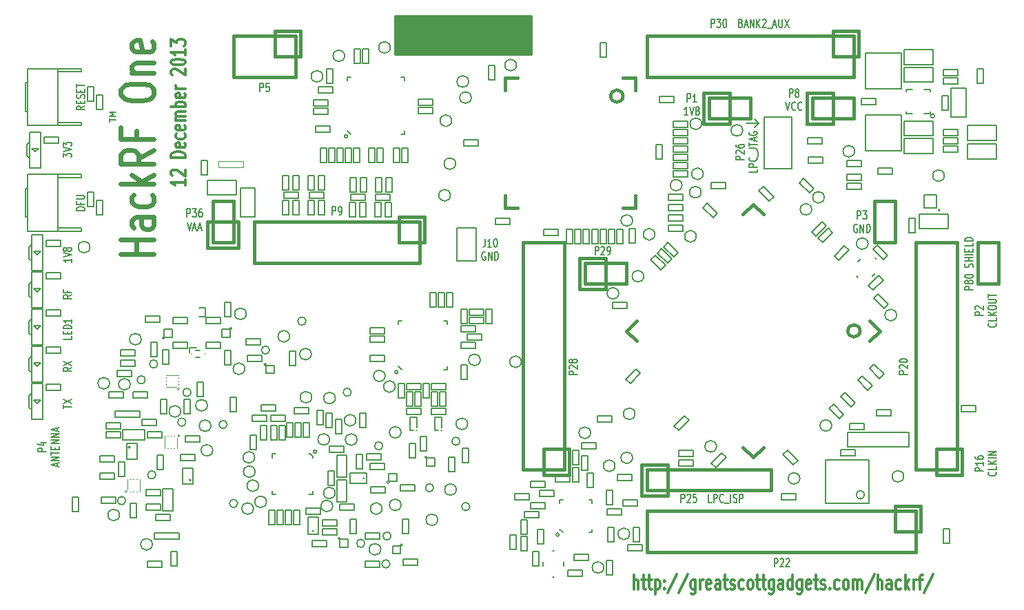
<source format=gto>
G04 (created by PCBNEW (2013-07-24 BZR 4024)-stable) date Thu Dec 12 22:01:32 2013*
%MOIN*%
G04 Gerber Fmt 3.4, Leading zero omitted, Abs format*
%FSLAX34Y34*%
G01*
G70*
G90*
G04 APERTURE LIST*
%ADD10C,0.00590551*%
%ADD11C,0.008*%
%ADD12C,0.012*%
%ADD13C,0.0075*%
%ADD14C,0.006*%
%ADD15C,0.024*%
%ADD16C,0.015*%
%ADD17C,0.005*%
%ADD18C,0.004*%
%ADD19C,0.0047*%
%ADD20C,0.007*%
%ADD21C,0.01*%
G04 APERTURE END LIST*
G54D10*
G54D11*
X49370Y-65039D02*
G75*
G03X49370Y-65039I-78J0D01*
G74*
G01*
X37637Y-61023D02*
G75*
G03X37637Y-61023I-78J0D01*
G74*
G01*
X41574Y-57165D02*
G75*
G03X41574Y-57165I-78J0D01*
G74*
G01*
X39133Y-45748D02*
G75*
G03X39133Y-45748I-78J0D01*
G74*
G01*
G54D12*
X31305Y-47847D02*
X31305Y-48133D01*
X31305Y-47990D02*
X30605Y-47990D01*
X30705Y-48038D01*
X30772Y-48085D01*
X30805Y-48133D01*
X30672Y-47657D02*
X30638Y-47633D01*
X30605Y-47585D01*
X30605Y-47466D01*
X30638Y-47419D01*
X30672Y-47395D01*
X30738Y-47371D01*
X30805Y-47371D01*
X30905Y-47395D01*
X31305Y-47680D01*
X31305Y-47371D01*
X31305Y-46776D02*
X30605Y-46776D01*
X30605Y-46657D01*
X30638Y-46585D01*
X30705Y-46538D01*
X30772Y-46514D01*
X30905Y-46490D01*
X31005Y-46490D01*
X31138Y-46514D01*
X31205Y-46538D01*
X31272Y-46585D01*
X31305Y-46657D01*
X31305Y-46776D01*
X31272Y-46085D02*
X31305Y-46133D01*
X31305Y-46228D01*
X31272Y-46276D01*
X31205Y-46300D01*
X30938Y-46300D01*
X30872Y-46276D01*
X30838Y-46228D01*
X30838Y-46133D01*
X30872Y-46085D01*
X30938Y-46061D01*
X31005Y-46061D01*
X31072Y-46300D01*
X31272Y-45633D02*
X31305Y-45680D01*
X31305Y-45776D01*
X31272Y-45823D01*
X31238Y-45847D01*
X31172Y-45871D01*
X30972Y-45871D01*
X30905Y-45847D01*
X30872Y-45823D01*
X30838Y-45776D01*
X30838Y-45680D01*
X30872Y-45633D01*
X31272Y-45228D02*
X31305Y-45276D01*
X31305Y-45371D01*
X31272Y-45419D01*
X31205Y-45442D01*
X30938Y-45442D01*
X30872Y-45419D01*
X30838Y-45371D01*
X30838Y-45276D01*
X30872Y-45228D01*
X30938Y-45204D01*
X31005Y-45204D01*
X31072Y-45442D01*
X31305Y-44990D02*
X30838Y-44990D01*
X30905Y-44990D02*
X30872Y-44966D01*
X30838Y-44919D01*
X30838Y-44847D01*
X30872Y-44800D01*
X30938Y-44776D01*
X31305Y-44776D01*
X30938Y-44776D02*
X30872Y-44752D01*
X30838Y-44704D01*
X30838Y-44633D01*
X30872Y-44585D01*
X30938Y-44561D01*
X31305Y-44561D01*
X31305Y-44323D02*
X30605Y-44323D01*
X30872Y-44323D02*
X30838Y-44276D01*
X30838Y-44180D01*
X30872Y-44133D01*
X30905Y-44109D01*
X30972Y-44085D01*
X31172Y-44085D01*
X31238Y-44109D01*
X31272Y-44133D01*
X31305Y-44180D01*
X31305Y-44276D01*
X31272Y-44323D01*
X31272Y-43680D02*
X31305Y-43728D01*
X31305Y-43823D01*
X31272Y-43871D01*
X31205Y-43895D01*
X30938Y-43895D01*
X30872Y-43871D01*
X30838Y-43823D01*
X30838Y-43728D01*
X30872Y-43680D01*
X30938Y-43657D01*
X31005Y-43657D01*
X31072Y-43895D01*
X31305Y-43442D02*
X30838Y-43442D01*
X30972Y-43442D02*
X30905Y-43419D01*
X30872Y-43395D01*
X30838Y-43347D01*
X30838Y-43300D01*
X30672Y-42776D02*
X30638Y-42752D01*
X30605Y-42704D01*
X30605Y-42585D01*
X30638Y-42538D01*
X30672Y-42514D01*
X30738Y-42490D01*
X30805Y-42490D01*
X30905Y-42514D01*
X31305Y-42800D01*
X31305Y-42490D01*
X30605Y-42180D02*
X30605Y-42133D01*
X30638Y-42085D01*
X30672Y-42061D01*
X30738Y-42038D01*
X30872Y-42014D01*
X31038Y-42014D01*
X31172Y-42038D01*
X31238Y-42061D01*
X31272Y-42085D01*
X31305Y-42133D01*
X31305Y-42180D01*
X31272Y-42228D01*
X31238Y-42252D01*
X31172Y-42276D01*
X31038Y-42300D01*
X30872Y-42300D01*
X30738Y-42276D01*
X30672Y-42252D01*
X30638Y-42228D01*
X30605Y-42180D01*
X31305Y-41538D02*
X31305Y-41823D01*
X31305Y-41680D02*
X30605Y-41680D01*
X30705Y-41728D01*
X30772Y-41776D01*
X30805Y-41823D01*
X30605Y-41371D02*
X30605Y-41061D01*
X30872Y-41228D01*
X30872Y-41157D01*
X30905Y-41109D01*
X30938Y-41085D01*
X31005Y-41061D01*
X31172Y-41061D01*
X31238Y-41085D01*
X31272Y-41109D01*
X31305Y-41157D01*
X31305Y-41300D01*
X31272Y-41347D01*
X31238Y-41371D01*
G54D13*
X38400Y-49559D02*
X38400Y-49159D01*
X38514Y-49159D01*
X38543Y-49178D01*
X38557Y-49197D01*
X38572Y-49235D01*
X38572Y-49292D01*
X38557Y-49330D01*
X38543Y-49350D01*
X38514Y-49369D01*
X38400Y-49369D01*
X38714Y-49559D02*
X38772Y-49559D01*
X38800Y-49540D01*
X38814Y-49521D01*
X38843Y-49464D01*
X38857Y-49388D01*
X38857Y-49235D01*
X38843Y-49197D01*
X38829Y-49178D01*
X38800Y-49159D01*
X38743Y-49159D01*
X38714Y-49178D01*
X38700Y-49197D01*
X38686Y-49235D01*
X38686Y-49330D01*
X38700Y-49369D01*
X38714Y-49388D01*
X38743Y-49407D01*
X38800Y-49407D01*
X38829Y-49388D01*
X38843Y-49369D01*
X38857Y-49330D01*
X45789Y-50709D02*
X45789Y-50995D01*
X45774Y-51052D01*
X45746Y-51090D01*
X45703Y-51109D01*
X45674Y-51109D01*
X46089Y-51109D02*
X45917Y-51109D01*
X46003Y-51109D02*
X46003Y-50709D01*
X45974Y-50766D01*
X45946Y-50804D01*
X45917Y-50823D01*
X46274Y-50709D02*
X46303Y-50709D01*
X46332Y-50728D01*
X46346Y-50747D01*
X46360Y-50785D01*
X46374Y-50861D01*
X46374Y-50957D01*
X46360Y-51033D01*
X46346Y-51071D01*
X46332Y-51090D01*
X46303Y-51109D01*
X46274Y-51109D01*
X46246Y-51090D01*
X46232Y-51071D01*
X46217Y-51033D01*
X46203Y-50957D01*
X46203Y-50861D01*
X46217Y-50785D01*
X46232Y-50747D01*
X46246Y-50728D01*
X46274Y-50709D01*
X45803Y-51363D02*
X45774Y-51344D01*
X45732Y-51344D01*
X45689Y-51363D01*
X45660Y-51401D01*
X45646Y-51439D01*
X45632Y-51515D01*
X45632Y-51573D01*
X45646Y-51649D01*
X45660Y-51687D01*
X45689Y-51725D01*
X45732Y-51744D01*
X45760Y-51744D01*
X45803Y-51725D01*
X45817Y-51706D01*
X45817Y-51573D01*
X45760Y-51573D01*
X45946Y-51744D02*
X45946Y-51344D01*
X46117Y-51744D01*
X46117Y-51344D01*
X46260Y-51744D02*
X46260Y-51344D01*
X46332Y-51344D01*
X46374Y-51363D01*
X46403Y-51401D01*
X46417Y-51439D01*
X46432Y-51515D01*
X46432Y-51573D01*
X46417Y-51649D01*
X46403Y-51687D01*
X46374Y-51725D01*
X46332Y-51744D01*
X46260Y-51744D01*
X69393Y-53184D02*
X68993Y-53184D01*
X68993Y-53070D01*
X69012Y-53041D01*
X69032Y-53027D01*
X69070Y-53013D01*
X69127Y-53013D01*
X69165Y-53027D01*
X69184Y-53041D01*
X69203Y-53070D01*
X69203Y-53184D01*
X69165Y-52841D02*
X69146Y-52870D01*
X69127Y-52884D01*
X69089Y-52899D01*
X69070Y-52899D01*
X69032Y-52884D01*
X69012Y-52870D01*
X68993Y-52841D01*
X68993Y-52784D01*
X69012Y-52756D01*
X69032Y-52741D01*
X69070Y-52727D01*
X69089Y-52727D01*
X69127Y-52741D01*
X69146Y-52756D01*
X69165Y-52784D01*
X69165Y-52841D01*
X69184Y-52870D01*
X69203Y-52884D01*
X69241Y-52899D01*
X69317Y-52899D01*
X69355Y-52884D01*
X69374Y-52870D01*
X69393Y-52841D01*
X69393Y-52784D01*
X69374Y-52756D01*
X69355Y-52741D01*
X69317Y-52727D01*
X69241Y-52727D01*
X69203Y-52741D01*
X69184Y-52756D01*
X69165Y-52784D01*
X68993Y-52541D02*
X68993Y-52513D01*
X69012Y-52484D01*
X69032Y-52470D01*
X69070Y-52456D01*
X69146Y-52441D01*
X69241Y-52441D01*
X69317Y-52456D01*
X69355Y-52470D01*
X69374Y-52484D01*
X69393Y-52513D01*
X69393Y-52541D01*
X69374Y-52570D01*
X69355Y-52584D01*
X69317Y-52599D01*
X69241Y-52613D01*
X69146Y-52613D01*
X69070Y-52599D01*
X69032Y-52584D01*
X69012Y-52570D01*
X68993Y-52541D01*
X69374Y-52099D02*
X69393Y-52056D01*
X69393Y-51984D01*
X69374Y-51956D01*
X69355Y-51941D01*
X69317Y-51927D01*
X69279Y-51927D01*
X69241Y-51941D01*
X69222Y-51956D01*
X69203Y-51984D01*
X69184Y-52041D01*
X69165Y-52070D01*
X69146Y-52084D01*
X69108Y-52099D01*
X69070Y-52099D01*
X69032Y-52084D01*
X69012Y-52070D01*
X68993Y-52041D01*
X68993Y-51970D01*
X69012Y-51927D01*
X69393Y-51799D02*
X68993Y-51799D01*
X69184Y-51799D02*
X69184Y-51627D01*
X69393Y-51627D02*
X68993Y-51627D01*
X69393Y-51484D02*
X68993Y-51484D01*
X69184Y-51341D02*
X69184Y-51241D01*
X69393Y-51199D02*
X69393Y-51341D01*
X68993Y-51341D01*
X68993Y-51199D01*
X69393Y-50927D02*
X69393Y-51070D01*
X68993Y-51070D01*
X69393Y-50827D02*
X68993Y-50827D01*
X68993Y-50756D01*
X69012Y-50713D01*
X69051Y-50684D01*
X69089Y-50670D01*
X69165Y-50656D01*
X69222Y-50656D01*
X69298Y-50670D01*
X69336Y-50684D01*
X69374Y-50713D01*
X69393Y-50756D01*
X69393Y-50827D01*
X34900Y-43589D02*
X34900Y-43189D01*
X35014Y-43189D01*
X35043Y-43208D01*
X35057Y-43227D01*
X35072Y-43265D01*
X35072Y-43322D01*
X35057Y-43360D01*
X35043Y-43380D01*
X35014Y-43399D01*
X34900Y-43399D01*
X35343Y-43189D02*
X35200Y-43189D01*
X35186Y-43380D01*
X35200Y-43360D01*
X35229Y-43341D01*
X35300Y-43341D01*
X35329Y-43360D01*
X35343Y-43380D01*
X35357Y-43418D01*
X35357Y-43513D01*
X35343Y-43551D01*
X35329Y-43570D01*
X35300Y-43589D01*
X35229Y-43589D01*
X35200Y-43570D01*
X35186Y-43551D01*
X26421Y-44293D02*
X26231Y-44393D01*
X26421Y-44465D02*
X26021Y-44465D01*
X26021Y-44351D01*
X26040Y-44322D01*
X26059Y-44308D01*
X26097Y-44293D01*
X26155Y-44293D01*
X26193Y-44308D01*
X26212Y-44322D01*
X26231Y-44351D01*
X26231Y-44465D01*
X26212Y-44165D02*
X26212Y-44065D01*
X26421Y-44022D02*
X26421Y-44165D01*
X26021Y-44165D01*
X26021Y-44022D01*
X26402Y-43908D02*
X26421Y-43865D01*
X26421Y-43793D01*
X26402Y-43765D01*
X26383Y-43751D01*
X26345Y-43736D01*
X26307Y-43736D01*
X26269Y-43751D01*
X26250Y-43765D01*
X26231Y-43793D01*
X26212Y-43851D01*
X26193Y-43879D01*
X26174Y-43893D01*
X26136Y-43908D01*
X26097Y-43908D01*
X26059Y-43893D01*
X26040Y-43879D01*
X26021Y-43851D01*
X26021Y-43779D01*
X26040Y-43736D01*
X26212Y-43608D02*
X26212Y-43508D01*
X26421Y-43465D02*
X26421Y-43608D01*
X26021Y-43608D01*
X26021Y-43465D01*
X26021Y-43379D02*
X26021Y-43208D01*
X26421Y-43293D02*
X26021Y-43293D01*
X26421Y-49340D02*
X26021Y-49340D01*
X26021Y-49269D01*
X26040Y-49226D01*
X26078Y-49197D01*
X26116Y-49183D01*
X26193Y-49169D01*
X26250Y-49169D01*
X26326Y-49183D01*
X26364Y-49197D01*
X26402Y-49226D01*
X26421Y-49269D01*
X26421Y-49340D01*
X26212Y-48940D02*
X26212Y-49040D01*
X26421Y-49040D02*
X26021Y-49040D01*
X26021Y-48897D01*
X26021Y-48783D02*
X26345Y-48783D01*
X26383Y-48769D01*
X26402Y-48754D01*
X26421Y-48726D01*
X26421Y-48669D01*
X26402Y-48640D01*
X26383Y-48626D01*
X26345Y-48612D01*
X26021Y-48612D01*
G54D14*
X27623Y-45044D02*
X27623Y-44873D01*
X27923Y-44959D02*
X27623Y-44959D01*
X27923Y-44773D02*
X27623Y-44773D01*
X27837Y-44673D01*
X27623Y-44573D01*
X27923Y-44573D01*
G54D13*
X25783Y-53433D02*
X25593Y-53533D01*
X25783Y-53604D02*
X25383Y-53604D01*
X25383Y-53490D01*
X25402Y-53461D01*
X25422Y-53447D01*
X25460Y-53433D01*
X25517Y-53433D01*
X25555Y-53447D01*
X25574Y-53461D01*
X25593Y-53490D01*
X25593Y-53604D01*
X25574Y-53204D02*
X25574Y-53304D01*
X25783Y-53304D02*
X25383Y-53304D01*
X25383Y-53161D01*
G54D15*
X29769Y-51440D02*
X28169Y-51440D01*
X28931Y-51440D02*
X28931Y-50754D01*
X29769Y-50754D02*
X28169Y-50754D01*
X29769Y-49669D02*
X28931Y-49669D01*
X28779Y-49726D01*
X28702Y-49840D01*
X28702Y-50069D01*
X28779Y-50183D01*
X29693Y-49669D02*
X29769Y-49783D01*
X29769Y-50069D01*
X29693Y-50183D01*
X29541Y-50240D01*
X29388Y-50240D01*
X29236Y-50183D01*
X29160Y-50069D01*
X29160Y-49783D01*
X29083Y-49669D01*
X29693Y-48583D02*
X29769Y-48697D01*
X29769Y-48926D01*
X29693Y-49040D01*
X29617Y-49097D01*
X29464Y-49154D01*
X29007Y-49154D01*
X28855Y-49097D01*
X28779Y-49040D01*
X28702Y-48926D01*
X28702Y-48697D01*
X28779Y-48583D01*
X29769Y-48069D02*
X28169Y-48069D01*
X29160Y-47954D02*
X29769Y-47611D01*
X28702Y-47611D02*
X29312Y-48069D01*
X29769Y-46411D02*
X29007Y-46811D01*
X29769Y-47097D02*
X28169Y-47097D01*
X28169Y-46640D01*
X28245Y-46526D01*
X28322Y-46469D01*
X28474Y-46411D01*
X28702Y-46411D01*
X28855Y-46469D01*
X28931Y-46526D01*
X29007Y-46640D01*
X29007Y-47097D01*
X28931Y-45497D02*
X28931Y-45897D01*
X29769Y-45897D02*
X28169Y-45897D01*
X28169Y-45326D01*
X28169Y-43726D02*
X28169Y-43497D01*
X28245Y-43383D01*
X28398Y-43269D01*
X28702Y-43211D01*
X29236Y-43211D01*
X29541Y-43269D01*
X29693Y-43383D01*
X29769Y-43497D01*
X29769Y-43726D01*
X29693Y-43840D01*
X29541Y-43954D01*
X29236Y-44011D01*
X28702Y-44011D01*
X28398Y-43954D01*
X28245Y-43840D01*
X28169Y-43726D01*
X28702Y-42697D02*
X29769Y-42697D01*
X28855Y-42697D02*
X28779Y-42640D01*
X28702Y-42526D01*
X28702Y-42354D01*
X28779Y-42240D01*
X28931Y-42183D01*
X29769Y-42183D01*
X29693Y-41154D02*
X29769Y-41269D01*
X29769Y-41497D01*
X29693Y-41611D01*
X29541Y-41669D01*
X28931Y-41669D01*
X28779Y-41611D01*
X28702Y-41497D01*
X28702Y-41269D01*
X28779Y-41154D01*
X28931Y-41097D01*
X29083Y-41097D01*
X29236Y-41669D01*
G54D11*
X59030Y-45110D02*
X58430Y-45110D01*
X59030Y-45110D02*
X58830Y-45310D01*
X59030Y-45110D02*
X58830Y-44910D01*
G54D13*
X25783Y-51683D02*
X25783Y-51854D01*
X25783Y-51769D02*
X25383Y-51769D01*
X25441Y-51797D01*
X25479Y-51826D01*
X25498Y-51854D01*
X25383Y-51597D02*
X25783Y-51497D01*
X25383Y-51397D01*
X25555Y-51254D02*
X25536Y-51283D01*
X25517Y-51297D01*
X25479Y-51311D01*
X25460Y-51311D01*
X25422Y-51297D01*
X25402Y-51283D01*
X25383Y-51254D01*
X25383Y-51197D01*
X25402Y-51169D01*
X25422Y-51154D01*
X25460Y-51140D01*
X25479Y-51140D01*
X25517Y-51154D01*
X25536Y-51169D01*
X25555Y-51197D01*
X25555Y-51254D01*
X25574Y-51283D01*
X25593Y-51297D01*
X25631Y-51311D01*
X25707Y-51311D01*
X25745Y-51297D01*
X25764Y-51283D01*
X25783Y-51254D01*
X25783Y-51197D01*
X25764Y-51169D01*
X25745Y-51154D01*
X25707Y-51140D01*
X25631Y-51140D01*
X25593Y-51154D01*
X25574Y-51169D01*
X25555Y-51197D01*
X25383Y-46769D02*
X25383Y-46583D01*
X25536Y-46683D01*
X25536Y-46640D01*
X25555Y-46611D01*
X25574Y-46597D01*
X25612Y-46583D01*
X25707Y-46583D01*
X25745Y-46597D01*
X25764Y-46611D01*
X25783Y-46640D01*
X25783Y-46726D01*
X25764Y-46754D01*
X25745Y-46769D01*
X25383Y-46497D02*
X25783Y-46397D01*
X25383Y-46297D01*
X25383Y-46226D02*
X25383Y-46040D01*
X25536Y-46140D01*
X25536Y-46097D01*
X25555Y-46069D01*
X25574Y-46054D01*
X25612Y-46040D01*
X25707Y-46040D01*
X25745Y-46054D01*
X25764Y-46069D01*
X25783Y-46097D01*
X25783Y-46183D01*
X25764Y-46211D01*
X25745Y-46226D01*
X25783Y-55433D02*
X25783Y-55576D01*
X25383Y-55576D01*
X25574Y-55333D02*
X25574Y-55233D01*
X25783Y-55190D02*
X25783Y-55333D01*
X25383Y-55333D01*
X25383Y-55190D01*
X25783Y-55061D02*
X25383Y-55061D01*
X25383Y-54990D01*
X25402Y-54947D01*
X25441Y-54919D01*
X25479Y-54904D01*
X25555Y-54890D01*
X25612Y-54890D01*
X25688Y-54904D01*
X25726Y-54919D01*
X25764Y-54947D01*
X25783Y-54990D01*
X25783Y-55061D01*
X25783Y-54604D02*
X25783Y-54776D01*
X25783Y-54690D02*
X25383Y-54690D01*
X25441Y-54719D01*
X25479Y-54747D01*
X25498Y-54776D01*
X25783Y-56947D02*
X25593Y-57047D01*
X25783Y-57119D02*
X25383Y-57119D01*
X25383Y-57004D01*
X25402Y-56976D01*
X25422Y-56961D01*
X25460Y-56947D01*
X25517Y-56947D01*
X25555Y-56961D01*
X25574Y-56976D01*
X25593Y-57004D01*
X25593Y-57119D01*
X25383Y-56847D02*
X25783Y-56647D01*
X25383Y-56647D02*
X25783Y-56847D01*
X25383Y-58926D02*
X25383Y-58754D01*
X25783Y-58840D02*
X25383Y-58840D01*
X25383Y-58683D02*
X25783Y-58483D01*
X25383Y-58483D02*
X25783Y-58683D01*
X55565Y-44098D02*
X55565Y-43698D01*
X55680Y-43698D01*
X55708Y-43717D01*
X55723Y-43737D01*
X55737Y-43775D01*
X55737Y-43832D01*
X55723Y-43870D01*
X55708Y-43889D01*
X55680Y-43908D01*
X55565Y-43908D01*
X56023Y-44098D02*
X55851Y-44098D01*
X55937Y-44098D02*
X55937Y-43698D01*
X55908Y-43756D01*
X55880Y-43794D01*
X55851Y-43813D01*
X55601Y-44733D02*
X55430Y-44733D01*
X55515Y-44733D02*
X55515Y-44333D01*
X55487Y-44391D01*
X55458Y-44429D01*
X55430Y-44448D01*
X55687Y-44333D02*
X55787Y-44733D01*
X55887Y-44333D01*
X56030Y-44505D02*
X56001Y-44486D01*
X55987Y-44467D01*
X55973Y-44429D01*
X55973Y-44410D01*
X55987Y-44372D01*
X56001Y-44352D01*
X56030Y-44333D01*
X56087Y-44333D01*
X56115Y-44352D01*
X56130Y-44372D01*
X56144Y-44410D01*
X56144Y-44429D01*
X56130Y-44467D01*
X56115Y-44486D01*
X56087Y-44505D01*
X56030Y-44505D01*
X56001Y-44524D01*
X55987Y-44543D01*
X55973Y-44581D01*
X55973Y-44657D01*
X55987Y-44695D01*
X56001Y-44714D01*
X56030Y-44733D01*
X56087Y-44733D01*
X56115Y-44714D01*
X56130Y-44695D01*
X56144Y-44657D01*
X56144Y-44581D01*
X56130Y-44543D01*
X56115Y-44524D01*
X56087Y-44505D01*
X60510Y-43859D02*
X60510Y-43459D01*
X60624Y-43459D01*
X60653Y-43478D01*
X60667Y-43497D01*
X60682Y-43535D01*
X60682Y-43592D01*
X60667Y-43630D01*
X60653Y-43650D01*
X60624Y-43669D01*
X60510Y-43669D01*
X60853Y-43630D02*
X60824Y-43611D01*
X60810Y-43592D01*
X60796Y-43554D01*
X60796Y-43535D01*
X60810Y-43497D01*
X60824Y-43478D01*
X60853Y-43459D01*
X60910Y-43459D01*
X60939Y-43478D01*
X60953Y-43497D01*
X60967Y-43535D01*
X60967Y-43554D01*
X60953Y-43592D01*
X60939Y-43611D01*
X60910Y-43630D01*
X60853Y-43630D01*
X60824Y-43650D01*
X60810Y-43669D01*
X60796Y-43707D01*
X60796Y-43783D01*
X60810Y-43821D01*
X60824Y-43840D01*
X60853Y-43859D01*
X60910Y-43859D01*
X60939Y-43840D01*
X60953Y-43821D01*
X60967Y-43783D01*
X60967Y-43707D01*
X60953Y-43669D01*
X60939Y-43650D01*
X60910Y-43630D01*
X60332Y-44094D02*
X60432Y-44494D01*
X60532Y-44094D01*
X60803Y-44456D02*
X60789Y-44475D01*
X60746Y-44494D01*
X60717Y-44494D01*
X60674Y-44475D01*
X60646Y-44437D01*
X60632Y-44399D01*
X60617Y-44323D01*
X60617Y-44265D01*
X60632Y-44189D01*
X60646Y-44151D01*
X60674Y-44113D01*
X60717Y-44094D01*
X60746Y-44094D01*
X60789Y-44113D01*
X60803Y-44132D01*
X61103Y-44456D02*
X61089Y-44475D01*
X61046Y-44494D01*
X61017Y-44494D01*
X60974Y-44475D01*
X60946Y-44437D01*
X60932Y-44399D01*
X60917Y-44323D01*
X60917Y-44265D01*
X60932Y-44189D01*
X60946Y-44151D01*
X60974Y-44113D01*
X61017Y-44094D01*
X61046Y-44094D01*
X61089Y-44113D01*
X61103Y-44132D01*
X66223Y-57271D02*
X65823Y-57271D01*
X65823Y-57157D01*
X65842Y-57129D01*
X65862Y-57114D01*
X65900Y-57100D01*
X65957Y-57100D01*
X65995Y-57114D01*
X66014Y-57129D01*
X66033Y-57157D01*
X66033Y-57271D01*
X65862Y-56986D02*
X65842Y-56971D01*
X65823Y-56943D01*
X65823Y-56871D01*
X65842Y-56843D01*
X65862Y-56829D01*
X65900Y-56814D01*
X65938Y-56814D01*
X65995Y-56829D01*
X66223Y-57000D01*
X66223Y-56814D01*
X65823Y-56629D02*
X65823Y-56600D01*
X65842Y-56571D01*
X65862Y-56557D01*
X65900Y-56543D01*
X65976Y-56529D01*
X66071Y-56529D01*
X66147Y-56543D01*
X66185Y-56557D01*
X66204Y-56571D01*
X66223Y-56600D01*
X66223Y-56629D01*
X66204Y-56657D01*
X66185Y-56671D01*
X66147Y-56686D01*
X66071Y-56700D01*
X65976Y-56700D01*
X65900Y-56686D01*
X65862Y-56671D01*
X65842Y-56657D01*
X65823Y-56629D01*
X59777Y-66599D02*
X59777Y-66199D01*
X59892Y-66199D01*
X59920Y-66218D01*
X59934Y-66237D01*
X59949Y-66275D01*
X59949Y-66332D01*
X59934Y-66370D01*
X59920Y-66390D01*
X59892Y-66409D01*
X59777Y-66409D01*
X60063Y-66237D02*
X60077Y-66218D01*
X60106Y-66199D01*
X60177Y-66199D01*
X60206Y-66218D01*
X60220Y-66237D01*
X60234Y-66275D01*
X60234Y-66313D01*
X60220Y-66370D01*
X60049Y-66599D01*
X60234Y-66599D01*
X60349Y-66237D02*
X60363Y-66218D01*
X60392Y-66199D01*
X60463Y-66199D01*
X60492Y-66218D01*
X60506Y-66237D01*
X60520Y-66275D01*
X60520Y-66313D01*
X60506Y-66370D01*
X60334Y-66599D01*
X60520Y-66599D01*
X55269Y-63479D02*
X55269Y-63079D01*
X55383Y-63079D01*
X55412Y-63098D01*
X55426Y-63117D01*
X55440Y-63155D01*
X55440Y-63212D01*
X55426Y-63250D01*
X55412Y-63270D01*
X55383Y-63289D01*
X55269Y-63289D01*
X55554Y-63117D02*
X55569Y-63098D01*
X55597Y-63079D01*
X55669Y-63079D01*
X55697Y-63098D01*
X55712Y-63117D01*
X55726Y-63155D01*
X55726Y-63193D01*
X55712Y-63250D01*
X55540Y-63479D01*
X55726Y-63479D01*
X55997Y-63079D02*
X55854Y-63079D01*
X55840Y-63270D01*
X55854Y-63250D01*
X55883Y-63231D01*
X55954Y-63231D01*
X55983Y-63250D01*
X55997Y-63270D01*
X56012Y-63308D01*
X56012Y-63403D01*
X55997Y-63441D01*
X55983Y-63460D01*
X55954Y-63479D01*
X55883Y-63479D01*
X55854Y-63460D01*
X55840Y-63441D01*
X56740Y-63479D02*
X56597Y-63479D01*
X56597Y-63079D01*
X56840Y-63479D02*
X56840Y-63079D01*
X56954Y-63079D01*
X56983Y-63098D01*
X56997Y-63117D01*
X57012Y-63155D01*
X57012Y-63212D01*
X56997Y-63250D01*
X56983Y-63270D01*
X56954Y-63289D01*
X56840Y-63289D01*
X57312Y-63441D02*
X57297Y-63460D01*
X57254Y-63479D01*
X57226Y-63479D01*
X57183Y-63460D01*
X57154Y-63422D01*
X57140Y-63384D01*
X57126Y-63308D01*
X57126Y-63250D01*
X57140Y-63174D01*
X57154Y-63136D01*
X57183Y-63098D01*
X57226Y-63079D01*
X57254Y-63079D01*
X57297Y-63098D01*
X57312Y-63117D01*
X57369Y-63517D02*
X57597Y-63517D01*
X57669Y-63479D02*
X57669Y-63079D01*
X57797Y-63460D02*
X57840Y-63479D01*
X57912Y-63479D01*
X57940Y-63460D01*
X57954Y-63441D01*
X57969Y-63403D01*
X57969Y-63365D01*
X57954Y-63327D01*
X57940Y-63308D01*
X57912Y-63289D01*
X57854Y-63270D01*
X57826Y-63250D01*
X57812Y-63231D01*
X57797Y-63193D01*
X57797Y-63155D01*
X57812Y-63117D01*
X57826Y-63098D01*
X57854Y-63079D01*
X57926Y-63079D01*
X57969Y-63098D01*
X58097Y-63479D02*
X58097Y-63079D01*
X58212Y-63079D01*
X58240Y-63098D01*
X58254Y-63117D01*
X58269Y-63155D01*
X58269Y-63212D01*
X58254Y-63250D01*
X58240Y-63270D01*
X58212Y-63289D01*
X58097Y-63289D01*
X50243Y-57291D02*
X49843Y-57291D01*
X49843Y-57177D01*
X49862Y-57149D01*
X49882Y-57134D01*
X49920Y-57120D01*
X49977Y-57120D01*
X50015Y-57134D01*
X50034Y-57149D01*
X50053Y-57177D01*
X50053Y-57291D01*
X49882Y-57006D02*
X49862Y-56991D01*
X49843Y-56963D01*
X49843Y-56891D01*
X49862Y-56863D01*
X49882Y-56849D01*
X49920Y-56834D01*
X49958Y-56834D01*
X50015Y-56849D01*
X50243Y-57020D01*
X50243Y-56834D01*
X50015Y-56663D02*
X49996Y-56691D01*
X49977Y-56706D01*
X49939Y-56720D01*
X49920Y-56720D01*
X49882Y-56706D01*
X49862Y-56691D01*
X49843Y-56663D01*
X49843Y-56606D01*
X49862Y-56577D01*
X49882Y-56563D01*
X49920Y-56549D01*
X49939Y-56549D01*
X49977Y-56563D01*
X49996Y-56577D01*
X50015Y-56606D01*
X50015Y-56663D01*
X50034Y-56691D01*
X50053Y-56706D01*
X50091Y-56720D01*
X50167Y-56720D01*
X50205Y-56706D01*
X50224Y-56691D01*
X50243Y-56663D01*
X50243Y-56606D01*
X50224Y-56577D01*
X50205Y-56563D01*
X50167Y-56549D01*
X50091Y-56549D01*
X50053Y-56563D01*
X50034Y-56577D01*
X50015Y-56606D01*
X58313Y-46881D02*
X57913Y-46881D01*
X57913Y-46767D01*
X57932Y-46739D01*
X57952Y-46724D01*
X57990Y-46710D01*
X58047Y-46710D01*
X58085Y-46724D01*
X58104Y-46739D01*
X58123Y-46767D01*
X58123Y-46881D01*
X57952Y-46596D02*
X57932Y-46581D01*
X57913Y-46553D01*
X57913Y-46481D01*
X57932Y-46453D01*
X57952Y-46439D01*
X57990Y-46424D01*
X58028Y-46424D01*
X58085Y-46439D01*
X58313Y-46610D01*
X58313Y-46424D01*
X57913Y-46167D02*
X57913Y-46224D01*
X57932Y-46253D01*
X57952Y-46267D01*
X58009Y-46296D01*
X58085Y-46310D01*
X58237Y-46310D01*
X58275Y-46296D01*
X58294Y-46281D01*
X58313Y-46253D01*
X58313Y-46196D01*
X58294Y-46167D01*
X58275Y-46153D01*
X58237Y-46139D01*
X58142Y-46139D01*
X58104Y-46153D01*
X58085Y-46167D01*
X58066Y-46196D01*
X58066Y-46253D01*
X58085Y-46281D01*
X58104Y-46296D01*
X58142Y-46310D01*
X58948Y-47346D02*
X58948Y-47489D01*
X58548Y-47489D01*
X58948Y-47246D02*
X58548Y-47246D01*
X58548Y-47131D01*
X58567Y-47103D01*
X58587Y-47089D01*
X58625Y-47074D01*
X58682Y-47074D01*
X58720Y-47089D01*
X58739Y-47103D01*
X58758Y-47131D01*
X58758Y-47246D01*
X58910Y-46774D02*
X58929Y-46789D01*
X58948Y-46831D01*
X58948Y-46860D01*
X58929Y-46903D01*
X58891Y-46931D01*
X58853Y-46946D01*
X58777Y-46960D01*
X58720Y-46960D01*
X58644Y-46946D01*
X58606Y-46931D01*
X58567Y-46903D01*
X58548Y-46860D01*
X58548Y-46831D01*
X58567Y-46789D01*
X58587Y-46774D01*
X58987Y-46717D02*
X58987Y-46489D01*
X58548Y-46331D02*
X58834Y-46331D01*
X58891Y-46346D01*
X58929Y-46374D01*
X58948Y-46417D01*
X58948Y-46446D01*
X58548Y-46231D02*
X58548Y-46060D01*
X58948Y-46146D02*
X58548Y-46146D01*
X58834Y-45974D02*
X58834Y-45831D01*
X58948Y-46003D02*
X58548Y-45903D01*
X58948Y-45803D01*
X58567Y-45546D02*
X58548Y-45574D01*
X58548Y-45617D01*
X58567Y-45660D01*
X58606Y-45689D01*
X58644Y-45703D01*
X58720Y-45717D01*
X58777Y-45717D01*
X58853Y-45703D01*
X58891Y-45689D01*
X58929Y-45660D01*
X58948Y-45617D01*
X58948Y-45589D01*
X58929Y-45546D01*
X58910Y-45531D01*
X58777Y-45531D01*
X58777Y-45589D01*
X63790Y-49769D02*
X63790Y-49369D01*
X63904Y-49369D01*
X63933Y-49388D01*
X63947Y-49407D01*
X63962Y-49445D01*
X63962Y-49502D01*
X63947Y-49540D01*
X63933Y-49560D01*
X63904Y-49579D01*
X63790Y-49579D01*
X64062Y-49369D02*
X64247Y-49369D01*
X64147Y-49521D01*
X64190Y-49521D01*
X64219Y-49540D01*
X64233Y-49560D01*
X64247Y-49598D01*
X64247Y-49693D01*
X64233Y-49731D01*
X64219Y-49750D01*
X64190Y-49769D01*
X64104Y-49769D01*
X64076Y-49750D01*
X64062Y-49731D01*
X63783Y-50023D02*
X63754Y-50004D01*
X63712Y-50004D01*
X63669Y-50023D01*
X63640Y-50061D01*
X63626Y-50099D01*
X63612Y-50175D01*
X63612Y-50233D01*
X63626Y-50309D01*
X63640Y-50347D01*
X63669Y-50385D01*
X63712Y-50404D01*
X63740Y-50404D01*
X63783Y-50385D01*
X63797Y-50366D01*
X63797Y-50233D01*
X63740Y-50233D01*
X63926Y-50404D02*
X63926Y-50004D01*
X64097Y-50404D01*
X64097Y-50004D01*
X64240Y-50404D02*
X64240Y-50004D01*
X64312Y-50004D01*
X64354Y-50023D01*
X64383Y-50061D01*
X64397Y-50099D01*
X64412Y-50175D01*
X64412Y-50233D01*
X64397Y-50309D01*
X64383Y-50347D01*
X64354Y-50385D01*
X64312Y-50404D01*
X64240Y-50404D01*
X56727Y-40479D02*
X56727Y-40079D01*
X56842Y-40079D01*
X56870Y-40098D01*
X56884Y-40117D01*
X56899Y-40155D01*
X56899Y-40212D01*
X56884Y-40250D01*
X56870Y-40270D01*
X56842Y-40289D01*
X56727Y-40289D01*
X56999Y-40079D02*
X57184Y-40079D01*
X57084Y-40231D01*
X57127Y-40231D01*
X57156Y-40250D01*
X57170Y-40270D01*
X57184Y-40308D01*
X57184Y-40403D01*
X57170Y-40441D01*
X57156Y-40460D01*
X57127Y-40479D01*
X57042Y-40479D01*
X57013Y-40460D01*
X56999Y-40441D01*
X57370Y-40079D02*
X57399Y-40079D01*
X57427Y-40098D01*
X57442Y-40117D01*
X57456Y-40155D01*
X57470Y-40231D01*
X57470Y-40327D01*
X57456Y-40403D01*
X57442Y-40441D01*
X57427Y-40460D01*
X57399Y-40479D01*
X57370Y-40479D01*
X57342Y-40460D01*
X57327Y-40441D01*
X57313Y-40403D01*
X57299Y-40327D01*
X57299Y-40231D01*
X57313Y-40155D01*
X57327Y-40117D01*
X57342Y-40098D01*
X57370Y-40079D01*
X58156Y-40270D02*
X58199Y-40289D01*
X58213Y-40308D01*
X58227Y-40346D01*
X58227Y-40403D01*
X58213Y-40441D01*
X58199Y-40460D01*
X58170Y-40479D01*
X58056Y-40479D01*
X58056Y-40079D01*
X58156Y-40079D01*
X58184Y-40098D01*
X58199Y-40117D01*
X58213Y-40155D01*
X58213Y-40193D01*
X58199Y-40231D01*
X58184Y-40250D01*
X58156Y-40270D01*
X58056Y-40270D01*
X58342Y-40365D02*
X58484Y-40365D01*
X58313Y-40479D02*
X58413Y-40079D01*
X58513Y-40479D01*
X58613Y-40479D02*
X58613Y-40079D01*
X58784Y-40479D01*
X58784Y-40079D01*
X58927Y-40479D02*
X58927Y-40079D01*
X59099Y-40479D02*
X58970Y-40250D01*
X59099Y-40079D02*
X58927Y-40308D01*
X59213Y-40117D02*
X59227Y-40098D01*
X59256Y-40079D01*
X59327Y-40079D01*
X59356Y-40098D01*
X59370Y-40117D01*
X59384Y-40155D01*
X59384Y-40193D01*
X59370Y-40250D01*
X59199Y-40479D01*
X59384Y-40479D01*
X59442Y-40517D02*
X59670Y-40517D01*
X59727Y-40365D02*
X59870Y-40365D01*
X59699Y-40479D02*
X59799Y-40079D01*
X59899Y-40479D01*
X59999Y-40079D02*
X59999Y-40403D01*
X60013Y-40441D01*
X60027Y-40460D01*
X60056Y-40479D01*
X60113Y-40479D01*
X60142Y-40460D01*
X60156Y-40441D01*
X60170Y-40403D01*
X60170Y-40079D01*
X60284Y-40079D02*
X60484Y-40479D01*
X60484Y-40079D02*
X60284Y-40479D01*
X31367Y-49669D02*
X31367Y-49269D01*
X31482Y-49269D01*
X31510Y-49288D01*
X31524Y-49307D01*
X31539Y-49345D01*
X31539Y-49402D01*
X31524Y-49440D01*
X31510Y-49460D01*
X31482Y-49479D01*
X31367Y-49479D01*
X31639Y-49269D02*
X31824Y-49269D01*
X31724Y-49421D01*
X31767Y-49421D01*
X31796Y-49440D01*
X31810Y-49460D01*
X31824Y-49498D01*
X31824Y-49593D01*
X31810Y-49631D01*
X31796Y-49650D01*
X31767Y-49669D01*
X31682Y-49669D01*
X31653Y-49650D01*
X31639Y-49631D01*
X32082Y-49269D02*
X32024Y-49269D01*
X31996Y-49288D01*
X31982Y-49307D01*
X31953Y-49364D01*
X31939Y-49440D01*
X31939Y-49593D01*
X31953Y-49631D01*
X31967Y-49650D01*
X31996Y-49669D01*
X32053Y-49669D01*
X32082Y-49650D01*
X32096Y-49631D01*
X32110Y-49593D01*
X32110Y-49498D01*
X32096Y-49460D01*
X32082Y-49440D01*
X32053Y-49421D01*
X31996Y-49421D01*
X31967Y-49440D01*
X31953Y-49460D01*
X31939Y-49498D01*
X31374Y-49904D02*
X31474Y-50304D01*
X31574Y-49904D01*
X31660Y-50190D02*
X31803Y-50190D01*
X31632Y-50304D02*
X31732Y-49904D01*
X31832Y-50304D01*
X31917Y-50190D02*
X32060Y-50190D01*
X31889Y-50304D02*
X31989Y-49904D01*
X32089Y-50304D01*
X69883Y-54419D02*
X69483Y-54419D01*
X69483Y-54304D01*
X69502Y-54276D01*
X69522Y-54261D01*
X69560Y-54247D01*
X69617Y-54247D01*
X69655Y-54261D01*
X69674Y-54276D01*
X69693Y-54304D01*
X69693Y-54419D01*
X69522Y-54133D02*
X69502Y-54119D01*
X69483Y-54090D01*
X69483Y-54019D01*
X69502Y-53990D01*
X69522Y-53976D01*
X69560Y-53961D01*
X69598Y-53961D01*
X69655Y-53976D01*
X69883Y-54147D01*
X69883Y-53961D01*
X70480Y-54804D02*
X70499Y-54819D01*
X70518Y-54861D01*
X70518Y-54890D01*
X70499Y-54933D01*
X70461Y-54961D01*
X70423Y-54976D01*
X70347Y-54990D01*
X70290Y-54990D01*
X70214Y-54976D01*
X70176Y-54961D01*
X70137Y-54933D01*
X70118Y-54890D01*
X70118Y-54861D01*
X70137Y-54819D01*
X70157Y-54804D01*
X70518Y-54533D02*
X70518Y-54676D01*
X70118Y-54676D01*
X70518Y-54433D02*
X70118Y-54433D01*
X70518Y-54261D02*
X70290Y-54390D01*
X70118Y-54261D02*
X70347Y-54433D01*
X70118Y-54076D02*
X70118Y-54019D01*
X70137Y-53990D01*
X70176Y-53961D01*
X70252Y-53947D01*
X70385Y-53947D01*
X70461Y-53961D01*
X70499Y-53990D01*
X70518Y-54019D01*
X70518Y-54076D01*
X70499Y-54104D01*
X70461Y-54133D01*
X70385Y-54147D01*
X70252Y-54147D01*
X70176Y-54133D01*
X70137Y-54104D01*
X70118Y-54076D01*
X70118Y-53819D02*
X70442Y-53819D01*
X70480Y-53804D01*
X70499Y-53790D01*
X70518Y-53761D01*
X70518Y-53704D01*
X70499Y-53676D01*
X70480Y-53661D01*
X70442Y-53647D01*
X70118Y-53647D01*
X70118Y-53547D02*
X70118Y-53376D01*
X70518Y-53461D02*
X70118Y-53461D01*
X51107Y-51489D02*
X51107Y-51089D01*
X51222Y-51089D01*
X51250Y-51108D01*
X51264Y-51127D01*
X51279Y-51165D01*
X51279Y-51222D01*
X51264Y-51260D01*
X51250Y-51280D01*
X51222Y-51299D01*
X51107Y-51299D01*
X51393Y-51127D02*
X51407Y-51108D01*
X51436Y-51089D01*
X51507Y-51089D01*
X51536Y-51108D01*
X51550Y-51127D01*
X51564Y-51165D01*
X51564Y-51203D01*
X51550Y-51260D01*
X51379Y-51489D01*
X51564Y-51489D01*
X51707Y-51489D02*
X51764Y-51489D01*
X51793Y-51470D01*
X51807Y-51451D01*
X51836Y-51394D01*
X51850Y-51318D01*
X51850Y-51165D01*
X51836Y-51127D01*
X51822Y-51108D01*
X51793Y-51089D01*
X51736Y-51089D01*
X51707Y-51108D01*
X51693Y-51127D01*
X51679Y-51165D01*
X51679Y-51260D01*
X51693Y-51299D01*
X51707Y-51318D01*
X51736Y-51337D01*
X51793Y-51337D01*
X51822Y-51318D01*
X51836Y-51299D01*
X51850Y-51260D01*
X69883Y-61961D02*
X69483Y-61961D01*
X69483Y-61847D01*
X69502Y-61819D01*
X69522Y-61804D01*
X69560Y-61790D01*
X69617Y-61790D01*
X69655Y-61804D01*
X69674Y-61819D01*
X69693Y-61847D01*
X69693Y-61961D01*
X69883Y-61504D02*
X69883Y-61676D01*
X69883Y-61590D02*
X69483Y-61590D01*
X69541Y-61619D01*
X69579Y-61647D01*
X69598Y-61676D01*
X69483Y-61247D02*
X69483Y-61304D01*
X69502Y-61333D01*
X69522Y-61347D01*
X69579Y-61376D01*
X69655Y-61390D01*
X69807Y-61390D01*
X69845Y-61376D01*
X69864Y-61361D01*
X69883Y-61333D01*
X69883Y-61276D01*
X69864Y-61247D01*
X69845Y-61233D01*
X69807Y-61219D01*
X69712Y-61219D01*
X69674Y-61233D01*
X69655Y-61247D01*
X69636Y-61276D01*
X69636Y-61333D01*
X69655Y-61361D01*
X69674Y-61376D01*
X69712Y-61390D01*
X70480Y-62004D02*
X70499Y-62019D01*
X70518Y-62061D01*
X70518Y-62090D01*
X70499Y-62133D01*
X70461Y-62161D01*
X70423Y-62176D01*
X70347Y-62190D01*
X70290Y-62190D01*
X70214Y-62176D01*
X70176Y-62161D01*
X70137Y-62133D01*
X70118Y-62090D01*
X70118Y-62061D01*
X70137Y-62019D01*
X70157Y-62004D01*
X70518Y-61733D02*
X70518Y-61876D01*
X70118Y-61876D01*
X70518Y-61633D02*
X70118Y-61633D01*
X70518Y-61461D02*
X70290Y-61590D01*
X70118Y-61461D02*
X70347Y-61633D01*
X70518Y-61333D02*
X70118Y-61333D01*
X70518Y-61190D02*
X70118Y-61190D01*
X70518Y-61019D01*
X70118Y-61019D01*
X24553Y-61019D02*
X24153Y-61019D01*
X24153Y-60904D01*
X24172Y-60876D01*
X24192Y-60861D01*
X24230Y-60847D01*
X24287Y-60847D01*
X24325Y-60861D01*
X24344Y-60876D01*
X24363Y-60904D01*
X24363Y-61019D01*
X24287Y-60590D02*
X24553Y-60590D01*
X24134Y-60661D02*
X24420Y-60733D01*
X24420Y-60547D01*
X25074Y-61719D02*
X25074Y-61576D01*
X25188Y-61747D02*
X24788Y-61647D01*
X25188Y-61547D01*
X25188Y-61447D02*
X24788Y-61447D01*
X25188Y-61276D01*
X24788Y-61276D01*
X24788Y-61176D02*
X24788Y-61004D01*
X25188Y-61090D02*
X24788Y-61090D01*
X24979Y-60904D02*
X24979Y-60804D01*
X25188Y-60761D02*
X25188Y-60904D01*
X24788Y-60904D01*
X24788Y-60761D01*
X25188Y-60633D02*
X24788Y-60633D01*
X25188Y-60461D01*
X24788Y-60461D01*
X25188Y-60319D02*
X24788Y-60319D01*
X25188Y-60147D01*
X24788Y-60147D01*
X25074Y-60019D02*
X25074Y-59876D01*
X25188Y-60047D02*
X24788Y-59947D01*
X25188Y-59847D01*
G54D12*
X52989Y-67690D02*
X52989Y-66990D01*
X53203Y-67690D02*
X53203Y-67324D01*
X53180Y-67257D01*
X53132Y-67224D01*
X53061Y-67224D01*
X53013Y-67257D01*
X52989Y-67290D01*
X53370Y-67224D02*
X53561Y-67224D01*
X53442Y-66990D02*
X53442Y-67590D01*
X53465Y-67657D01*
X53513Y-67690D01*
X53561Y-67690D01*
X53656Y-67224D02*
X53846Y-67224D01*
X53727Y-66990D02*
X53727Y-67590D01*
X53751Y-67657D01*
X53799Y-67690D01*
X53846Y-67690D01*
X54013Y-67224D02*
X54013Y-67924D01*
X54013Y-67257D02*
X54061Y-67224D01*
X54156Y-67224D01*
X54203Y-67257D01*
X54227Y-67290D01*
X54251Y-67357D01*
X54251Y-67557D01*
X54227Y-67624D01*
X54203Y-67657D01*
X54156Y-67690D01*
X54061Y-67690D01*
X54013Y-67657D01*
X54465Y-67624D02*
X54489Y-67657D01*
X54465Y-67690D01*
X54442Y-67657D01*
X54465Y-67624D01*
X54465Y-67690D01*
X54465Y-67257D02*
X54489Y-67290D01*
X54465Y-67324D01*
X54442Y-67290D01*
X54465Y-67257D01*
X54465Y-67324D01*
X55061Y-66957D02*
X54632Y-67857D01*
X55584Y-66957D02*
X55156Y-67857D01*
X55965Y-67224D02*
X55965Y-67790D01*
X55942Y-67857D01*
X55918Y-67890D01*
X55870Y-67924D01*
X55799Y-67924D01*
X55751Y-67890D01*
X55965Y-67657D02*
X55918Y-67690D01*
X55823Y-67690D01*
X55775Y-67657D01*
X55751Y-67624D01*
X55727Y-67557D01*
X55727Y-67357D01*
X55751Y-67290D01*
X55775Y-67257D01*
X55823Y-67224D01*
X55918Y-67224D01*
X55965Y-67257D01*
X56203Y-67690D02*
X56203Y-67224D01*
X56203Y-67357D02*
X56227Y-67290D01*
X56251Y-67257D01*
X56299Y-67224D01*
X56346Y-67224D01*
X56703Y-67657D02*
X56656Y-67690D01*
X56561Y-67690D01*
X56513Y-67657D01*
X56489Y-67590D01*
X56489Y-67324D01*
X56513Y-67257D01*
X56561Y-67224D01*
X56656Y-67224D01*
X56703Y-67257D01*
X56727Y-67324D01*
X56727Y-67390D01*
X56489Y-67457D01*
X57156Y-67690D02*
X57156Y-67324D01*
X57132Y-67257D01*
X57084Y-67224D01*
X56989Y-67224D01*
X56942Y-67257D01*
X57156Y-67657D02*
X57108Y-67690D01*
X56989Y-67690D01*
X56942Y-67657D01*
X56918Y-67590D01*
X56918Y-67524D01*
X56942Y-67457D01*
X56989Y-67424D01*
X57108Y-67424D01*
X57156Y-67390D01*
X57323Y-67224D02*
X57513Y-67224D01*
X57394Y-66990D02*
X57394Y-67590D01*
X57418Y-67657D01*
X57465Y-67690D01*
X57513Y-67690D01*
X57656Y-67657D02*
X57703Y-67690D01*
X57799Y-67690D01*
X57846Y-67657D01*
X57870Y-67590D01*
X57870Y-67557D01*
X57846Y-67490D01*
X57799Y-67457D01*
X57727Y-67457D01*
X57680Y-67424D01*
X57656Y-67357D01*
X57656Y-67324D01*
X57680Y-67257D01*
X57727Y-67224D01*
X57799Y-67224D01*
X57846Y-67257D01*
X58299Y-67657D02*
X58251Y-67690D01*
X58156Y-67690D01*
X58108Y-67657D01*
X58084Y-67624D01*
X58061Y-67557D01*
X58061Y-67357D01*
X58084Y-67290D01*
X58108Y-67257D01*
X58156Y-67224D01*
X58251Y-67224D01*
X58299Y-67257D01*
X58584Y-67690D02*
X58537Y-67657D01*
X58513Y-67624D01*
X58489Y-67557D01*
X58489Y-67357D01*
X58513Y-67290D01*
X58537Y-67257D01*
X58584Y-67224D01*
X58656Y-67224D01*
X58703Y-67257D01*
X58727Y-67290D01*
X58751Y-67357D01*
X58751Y-67557D01*
X58727Y-67624D01*
X58703Y-67657D01*
X58656Y-67690D01*
X58584Y-67690D01*
X58894Y-67224D02*
X59084Y-67224D01*
X58965Y-66990D02*
X58965Y-67590D01*
X58989Y-67657D01*
X59037Y-67690D01*
X59084Y-67690D01*
X59180Y-67224D02*
X59370Y-67224D01*
X59251Y-66990D02*
X59251Y-67590D01*
X59275Y-67657D01*
X59323Y-67690D01*
X59370Y-67690D01*
X59751Y-67224D02*
X59751Y-67790D01*
X59727Y-67857D01*
X59703Y-67890D01*
X59656Y-67924D01*
X59584Y-67924D01*
X59537Y-67890D01*
X59751Y-67657D02*
X59703Y-67690D01*
X59608Y-67690D01*
X59561Y-67657D01*
X59537Y-67624D01*
X59513Y-67557D01*
X59513Y-67357D01*
X59537Y-67290D01*
X59561Y-67257D01*
X59608Y-67224D01*
X59703Y-67224D01*
X59751Y-67257D01*
X60203Y-67690D02*
X60203Y-67324D01*
X60180Y-67257D01*
X60132Y-67224D01*
X60037Y-67224D01*
X59989Y-67257D01*
X60203Y-67657D02*
X60156Y-67690D01*
X60037Y-67690D01*
X59989Y-67657D01*
X59965Y-67590D01*
X59965Y-67524D01*
X59989Y-67457D01*
X60037Y-67424D01*
X60156Y-67424D01*
X60203Y-67390D01*
X60656Y-67690D02*
X60656Y-66990D01*
X60656Y-67657D02*
X60608Y-67690D01*
X60513Y-67690D01*
X60465Y-67657D01*
X60442Y-67624D01*
X60418Y-67557D01*
X60418Y-67357D01*
X60442Y-67290D01*
X60465Y-67257D01*
X60513Y-67224D01*
X60608Y-67224D01*
X60656Y-67257D01*
X61108Y-67224D02*
X61108Y-67790D01*
X61084Y-67857D01*
X61061Y-67890D01*
X61013Y-67924D01*
X60942Y-67924D01*
X60894Y-67890D01*
X61108Y-67657D02*
X61061Y-67690D01*
X60965Y-67690D01*
X60918Y-67657D01*
X60894Y-67624D01*
X60870Y-67557D01*
X60870Y-67357D01*
X60894Y-67290D01*
X60918Y-67257D01*
X60965Y-67224D01*
X61061Y-67224D01*
X61108Y-67257D01*
X61537Y-67657D02*
X61489Y-67690D01*
X61394Y-67690D01*
X61346Y-67657D01*
X61323Y-67590D01*
X61323Y-67324D01*
X61346Y-67257D01*
X61394Y-67224D01*
X61489Y-67224D01*
X61537Y-67257D01*
X61561Y-67324D01*
X61561Y-67390D01*
X61323Y-67457D01*
X61703Y-67224D02*
X61894Y-67224D01*
X61775Y-66990D02*
X61775Y-67590D01*
X61799Y-67657D01*
X61846Y-67690D01*
X61894Y-67690D01*
X62037Y-67657D02*
X62084Y-67690D01*
X62180Y-67690D01*
X62227Y-67657D01*
X62251Y-67590D01*
X62251Y-67557D01*
X62227Y-67490D01*
X62180Y-67457D01*
X62108Y-67457D01*
X62061Y-67424D01*
X62037Y-67357D01*
X62037Y-67324D01*
X62061Y-67257D01*
X62108Y-67224D01*
X62180Y-67224D01*
X62227Y-67257D01*
X62465Y-67624D02*
X62489Y-67657D01*
X62465Y-67690D01*
X62442Y-67657D01*
X62465Y-67624D01*
X62465Y-67690D01*
X62918Y-67657D02*
X62870Y-67690D01*
X62775Y-67690D01*
X62727Y-67657D01*
X62703Y-67624D01*
X62680Y-67557D01*
X62680Y-67357D01*
X62703Y-67290D01*
X62727Y-67257D01*
X62775Y-67224D01*
X62870Y-67224D01*
X62918Y-67257D01*
X63203Y-67690D02*
X63156Y-67657D01*
X63132Y-67624D01*
X63108Y-67557D01*
X63108Y-67357D01*
X63132Y-67290D01*
X63156Y-67257D01*
X63203Y-67224D01*
X63275Y-67224D01*
X63322Y-67257D01*
X63346Y-67290D01*
X63370Y-67357D01*
X63370Y-67557D01*
X63346Y-67624D01*
X63322Y-67657D01*
X63275Y-67690D01*
X63203Y-67690D01*
X63584Y-67690D02*
X63584Y-67224D01*
X63584Y-67290D02*
X63608Y-67257D01*
X63656Y-67224D01*
X63727Y-67224D01*
X63775Y-67257D01*
X63799Y-67324D01*
X63799Y-67690D01*
X63799Y-67324D02*
X63823Y-67257D01*
X63870Y-67224D01*
X63942Y-67224D01*
X63989Y-67257D01*
X64013Y-67324D01*
X64013Y-67690D01*
X64608Y-66957D02*
X64180Y-67857D01*
X64775Y-67690D02*
X64775Y-66990D01*
X64989Y-67690D02*
X64989Y-67324D01*
X64965Y-67257D01*
X64918Y-67224D01*
X64846Y-67224D01*
X64799Y-67257D01*
X64775Y-67290D01*
X65442Y-67690D02*
X65442Y-67324D01*
X65418Y-67257D01*
X65370Y-67224D01*
X65275Y-67224D01*
X65227Y-67257D01*
X65442Y-67657D02*
X65394Y-67690D01*
X65275Y-67690D01*
X65227Y-67657D01*
X65203Y-67590D01*
X65203Y-67524D01*
X65227Y-67457D01*
X65275Y-67424D01*
X65394Y-67424D01*
X65442Y-67390D01*
X65894Y-67657D02*
X65846Y-67690D01*
X65751Y-67690D01*
X65703Y-67657D01*
X65680Y-67624D01*
X65656Y-67557D01*
X65656Y-67357D01*
X65680Y-67290D01*
X65703Y-67257D01*
X65751Y-67224D01*
X65846Y-67224D01*
X65894Y-67257D01*
X66108Y-67690D02*
X66108Y-66990D01*
X66156Y-67424D02*
X66299Y-67690D01*
X66299Y-67224D02*
X66108Y-67490D01*
X66513Y-67690D02*
X66513Y-67224D01*
X66513Y-67357D02*
X66537Y-67290D01*
X66561Y-67257D01*
X66608Y-67224D01*
X66656Y-67224D01*
X66751Y-67224D02*
X66942Y-67224D01*
X66822Y-67690D02*
X66822Y-67090D01*
X66846Y-67024D01*
X66894Y-66990D01*
X66942Y-66990D01*
X67465Y-66957D02*
X67037Y-67857D01*
G54D16*
X66622Y-61897D02*
X66622Y-50897D01*
X66622Y-50897D02*
X68622Y-50897D01*
X68622Y-50897D02*
X68622Y-61897D01*
X67622Y-60897D02*
X67622Y-62147D01*
X67622Y-62147D02*
X68872Y-62147D01*
X68872Y-62147D02*
X68872Y-60897D01*
X68872Y-60897D02*
X67622Y-60897D01*
X68622Y-61897D02*
X66622Y-61897D01*
G54D11*
X23661Y-48287D02*
X23543Y-48287D01*
X23543Y-48287D02*
X23543Y-49665D01*
X23543Y-49665D02*
X23661Y-49665D01*
X23661Y-47598D02*
X26259Y-47598D01*
X26259Y-50354D02*
X23661Y-50354D01*
X26259Y-50196D02*
X25118Y-50196D01*
X26259Y-47755D02*
X25118Y-47755D01*
X25118Y-47598D02*
X25118Y-50354D01*
X23661Y-47598D02*
X23661Y-50354D01*
X26259Y-47598D02*
X26259Y-47755D01*
X26259Y-50354D02*
X26259Y-50196D01*
X39132Y-45496D02*
X39290Y-45654D01*
X39290Y-42898D02*
X39132Y-42898D01*
X39132Y-42898D02*
X39132Y-43056D01*
X41888Y-43056D02*
X41888Y-42898D01*
X41888Y-42898D02*
X41730Y-42898D01*
X41730Y-45654D02*
X41888Y-45654D01*
X41888Y-45654D02*
X41888Y-45496D01*
X41751Y-57046D02*
X41594Y-56889D01*
X43956Y-56889D02*
X43956Y-57046D01*
X43956Y-57046D02*
X43799Y-57046D01*
X43799Y-54684D02*
X43956Y-54684D01*
X43956Y-54684D02*
X43956Y-54841D01*
X41594Y-54841D02*
X41594Y-54684D01*
X41594Y-54684D02*
X41751Y-54684D01*
X52780Y-65000D02*
G75*
G03X52780Y-65000I-280J0D01*
G74*
G01*
G54D17*
X31000Y-65264D02*
X29800Y-65264D01*
X29800Y-65264D02*
X29800Y-64964D01*
X29800Y-64964D02*
X31000Y-64964D01*
X31000Y-64964D02*
X31000Y-65264D01*
X27894Y-59054D02*
X29094Y-59054D01*
X29094Y-59054D02*
X29094Y-59354D01*
X29094Y-59354D02*
X27894Y-59354D01*
X27894Y-59354D02*
X27894Y-59054D01*
G54D11*
X63814Y-52579D02*
X63758Y-52523D01*
X64705Y-51688D02*
X64649Y-51633D01*
X64510Y-52523D02*
X64649Y-52384D01*
X63814Y-51827D02*
X63953Y-51688D01*
X49123Y-67074D02*
X49045Y-67074D01*
X49123Y-65814D02*
X49045Y-65814D01*
X49576Y-66542D02*
X49576Y-66346D01*
X48592Y-66542D02*
X48592Y-66346D01*
G54D16*
X52459Y-43806D02*
G75*
G03X52459Y-43806I-295J0D01*
G74*
G01*
X52459Y-49220D02*
X53050Y-49220D01*
X53050Y-49220D02*
X53050Y-48629D01*
X46750Y-48629D02*
X46750Y-49220D01*
X46750Y-49220D02*
X47341Y-49220D01*
X47341Y-42920D02*
X46750Y-42920D01*
X46750Y-42920D02*
X46750Y-43511D01*
X53050Y-43511D02*
X53050Y-42920D01*
X53050Y-42920D02*
X52459Y-42920D01*
G54D11*
X64140Y-63110D02*
G75*
G03X64140Y-63110I-200J0D01*
G74*
G01*
X64340Y-63510D02*
X64340Y-61410D01*
X64340Y-61410D02*
X62240Y-61410D01*
X62240Y-61410D02*
X62240Y-63510D01*
X62240Y-63510D02*
X64340Y-63510D01*
X65910Y-41709D02*
X65910Y-43441D01*
X65910Y-43441D02*
X64178Y-43441D01*
X64178Y-43441D02*
X64178Y-41709D01*
X64178Y-41709D02*
X65910Y-41709D01*
X65910Y-44709D02*
X65910Y-46441D01*
X65910Y-46441D02*
X64178Y-46441D01*
X64178Y-46441D02*
X64178Y-44709D01*
X64178Y-44709D02*
X65910Y-44709D01*
G54D16*
X63925Y-55174D02*
G75*
G03X63925Y-55174I-294J0D01*
G74*
G01*
X58271Y-60812D02*
X58758Y-61299D01*
X58758Y-61299D02*
X59246Y-60812D01*
X53121Y-54687D02*
X52634Y-55174D01*
X52634Y-55174D02*
X53121Y-55662D01*
X59246Y-49537D02*
X58758Y-49049D01*
X58758Y-49049D02*
X58271Y-49537D01*
X64396Y-54687D02*
X64883Y-55174D01*
X64883Y-55174D02*
X64396Y-55662D01*
G54D11*
X31821Y-55981D02*
X31481Y-55981D01*
X31481Y-55981D02*
X31481Y-56221D01*
G54D18*
X32236Y-56261D02*
X32236Y-56301D01*
X31566Y-56261D02*
X31566Y-56301D01*
G54D11*
X31999Y-56438D02*
X31803Y-56438D01*
X31803Y-56104D02*
X31999Y-56104D01*
X31951Y-54501D02*
X32271Y-54501D01*
X32271Y-54501D02*
X32271Y-54061D01*
X32271Y-54061D02*
X31951Y-54061D01*
G54D16*
X53622Y-61897D02*
X59622Y-61897D01*
X59622Y-61897D02*
X59622Y-62897D01*
X59622Y-62897D02*
X53622Y-62897D01*
X54622Y-63147D02*
X54622Y-61647D01*
X54622Y-61647D02*
X53372Y-61647D01*
X53372Y-61647D02*
X53372Y-63147D01*
X53622Y-61897D02*
X53622Y-62897D01*
X53372Y-63147D02*
X54622Y-63147D01*
G54D11*
X42482Y-59350D02*
X42482Y-59862D01*
X42168Y-59980D02*
X42168Y-59350D01*
X42168Y-59980D02*
X42325Y-59980D01*
X42482Y-59980D02*
X42443Y-59980D01*
X42168Y-59350D02*
X42482Y-59350D01*
X43682Y-59350D02*
X43682Y-59862D01*
X43368Y-59980D02*
X43368Y-59350D01*
X43368Y-59980D02*
X43525Y-59980D01*
X43682Y-59980D02*
X43643Y-59980D01*
X43368Y-59350D02*
X43682Y-59350D01*
X38614Y-61171D02*
X38614Y-62251D01*
X38614Y-62251D02*
X39094Y-62251D01*
X39094Y-62251D02*
X39094Y-61171D01*
X39094Y-61171D02*
X38614Y-61171D01*
X29334Y-59964D02*
X28254Y-59964D01*
X28254Y-59964D02*
X28254Y-60444D01*
X28254Y-60444D02*
X29334Y-60444D01*
X29334Y-60444D02*
X29334Y-59964D01*
X39094Y-63451D02*
X39094Y-62371D01*
X39094Y-62371D02*
X38614Y-62371D01*
X38614Y-62371D02*
X38614Y-63451D01*
X38614Y-63451D02*
X39094Y-63451D01*
X30204Y-62814D02*
X30204Y-63894D01*
X30204Y-63894D02*
X30684Y-63894D01*
X30684Y-63894D02*
X30684Y-62814D01*
X30684Y-62814D02*
X30204Y-62814D01*
X55372Y-49547D02*
X55372Y-49847D01*
X55372Y-49847D02*
X54672Y-49847D01*
X54672Y-49847D02*
X54672Y-49547D01*
X54672Y-49547D02*
X55372Y-49547D01*
X67944Y-45725D02*
X67944Y-45425D01*
X67944Y-45425D02*
X68644Y-45425D01*
X68644Y-45425D02*
X68644Y-45725D01*
X68644Y-45725D02*
X67944Y-45725D01*
X67944Y-46125D02*
X67944Y-45825D01*
X67944Y-45825D02*
X68644Y-45825D01*
X68644Y-45825D02*
X68644Y-46125D01*
X68644Y-46125D02*
X67944Y-46125D01*
X64722Y-59297D02*
X64722Y-58997D01*
X64722Y-58997D02*
X65422Y-58997D01*
X65422Y-58997D02*
X65422Y-59297D01*
X65422Y-59297D02*
X64722Y-59297D01*
X26872Y-44047D02*
X26572Y-44047D01*
X26572Y-44047D02*
X26572Y-43347D01*
X26572Y-43347D02*
X26872Y-43347D01*
X26872Y-43347D02*
X26872Y-44047D01*
X63302Y-47227D02*
X63302Y-46927D01*
X63302Y-46927D02*
X64002Y-46927D01*
X64002Y-46927D02*
X64002Y-47227D01*
X64002Y-47227D02*
X63302Y-47227D01*
X69594Y-42475D02*
X69894Y-42475D01*
X69894Y-42475D02*
X69894Y-43175D01*
X69894Y-43175D02*
X69594Y-43175D01*
X69594Y-43175D02*
X69594Y-42475D01*
X64694Y-43925D02*
X64694Y-44225D01*
X64694Y-44225D02*
X63994Y-44225D01*
X63994Y-44225D02*
X63994Y-43925D01*
X63994Y-43925D02*
X64694Y-43925D01*
X38104Y-59161D02*
X38404Y-59161D01*
X38404Y-59161D02*
X38404Y-59861D01*
X38404Y-59861D02*
X38104Y-59861D01*
X38104Y-59861D02*
X38104Y-59161D01*
X67944Y-43225D02*
X67944Y-42925D01*
X67944Y-42925D02*
X68644Y-42925D01*
X68644Y-42925D02*
X68644Y-43225D01*
X68644Y-43225D02*
X67944Y-43225D01*
X38030Y-48356D02*
X37730Y-48356D01*
X37730Y-48356D02*
X37730Y-47656D01*
X37730Y-47656D02*
X38030Y-47656D01*
X38030Y-47656D02*
X38030Y-48356D01*
X40220Y-61880D02*
X40220Y-61580D01*
X40220Y-61580D02*
X40920Y-61580D01*
X40920Y-61580D02*
X40920Y-61880D01*
X40920Y-61880D02*
X40220Y-61880D01*
X38554Y-59461D02*
X38854Y-59461D01*
X38854Y-59461D02*
X38854Y-60161D01*
X38854Y-60161D02*
X38554Y-60161D01*
X38554Y-60161D02*
X38554Y-59461D01*
X39264Y-64271D02*
X39564Y-64271D01*
X39564Y-64271D02*
X39564Y-64971D01*
X39564Y-64971D02*
X39264Y-64971D01*
X39264Y-64971D02*
X39264Y-64271D01*
X39980Y-66610D02*
X39980Y-66310D01*
X39980Y-66310D02*
X40680Y-66310D01*
X40680Y-66310D02*
X40680Y-66610D01*
X40680Y-66610D02*
X39980Y-66610D01*
X35214Y-60461D02*
X34914Y-60461D01*
X34914Y-60461D02*
X34914Y-59761D01*
X34914Y-59761D02*
X35214Y-59761D01*
X35214Y-59761D02*
X35214Y-60461D01*
X34964Y-59061D02*
X34964Y-58761D01*
X34964Y-58761D02*
X35664Y-58761D01*
X35664Y-58761D02*
X35664Y-59061D01*
X35664Y-59061D02*
X34964Y-59061D01*
X35814Y-59761D02*
X36114Y-59761D01*
X36114Y-59761D02*
X36114Y-60461D01*
X36114Y-60461D02*
X35814Y-60461D01*
X35814Y-60461D02*
X35814Y-59761D01*
X37304Y-60321D02*
X37004Y-60321D01*
X37004Y-60321D02*
X37004Y-59621D01*
X37004Y-59621D02*
X37304Y-59621D01*
X37304Y-59621D02*
X37304Y-60321D01*
X54825Y-51689D02*
X54613Y-51901D01*
X54613Y-51901D02*
X54118Y-51406D01*
X54118Y-51406D02*
X54330Y-51194D01*
X54330Y-51194D02*
X54825Y-51689D01*
X55125Y-51389D02*
X54913Y-51601D01*
X54913Y-51601D02*
X54418Y-51106D01*
X54418Y-51106D02*
X54630Y-50894D01*
X54630Y-50894D02*
X55125Y-51389D01*
X36300Y-48356D02*
X36000Y-48356D01*
X36000Y-48356D02*
X36000Y-47656D01*
X36000Y-47656D02*
X36300Y-47656D01*
X36300Y-47656D02*
X36300Y-48356D01*
X36800Y-48356D02*
X36500Y-48356D01*
X36500Y-48356D02*
X36500Y-47656D01*
X36500Y-47656D02*
X36800Y-47656D01*
X36800Y-47656D02*
X36800Y-48356D01*
X37530Y-48356D02*
X37230Y-48356D01*
X37230Y-48356D02*
X37230Y-47656D01*
X37230Y-47656D02*
X37530Y-47656D01*
X37530Y-47656D02*
X37530Y-48356D01*
X57422Y-47997D02*
X57422Y-48297D01*
X57422Y-48297D02*
X56722Y-48297D01*
X56722Y-48297D02*
X56722Y-47997D01*
X56722Y-47997D02*
X57422Y-47997D01*
X65492Y-47287D02*
X65492Y-47587D01*
X65492Y-47587D02*
X64792Y-47587D01*
X64792Y-47587D02*
X64792Y-47287D01*
X64792Y-47287D02*
X65492Y-47287D01*
X28744Y-58404D02*
X28744Y-58104D01*
X28744Y-58104D02*
X29444Y-58104D01*
X29444Y-58104D02*
X29444Y-58404D01*
X29444Y-58404D02*
X28744Y-58404D01*
X38030Y-49556D02*
X37730Y-49556D01*
X37730Y-49556D02*
X37730Y-48856D01*
X37730Y-48856D02*
X38030Y-48856D01*
X38030Y-48856D02*
X38030Y-49556D01*
X37530Y-49556D02*
X37230Y-49556D01*
X37230Y-49556D02*
X37230Y-48856D01*
X37230Y-48856D02*
X37530Y-48856D01*
X37530Y-48856D02*
X37530Y-49556D01*
X36800Y-49556D02*
X36500Y-49556D01*
X36500Y-49556D02*
X36500Y-48856D01*
X36500Y-48856D02*
X36800Y-48856D01*
X36800Y-48856D02*
X36800Y-49556D01*
X36300Y-49556D02*
X36000Y-49556D01*
X36000Y-49556D02*
X36000Y-48856D01*
X36000Y-48856D02*
X36300Y-48856D01*
X36300Y-48856D02*
X36300Y-49556D01*
X39525Y-49651D02*
X39225Y-49651D01*
X39225Y-49651D02*
X39225Y-48951D01*
X39225Y-48951D02*
X39525Y-48951D01*
X39525Y-48951D02*
X39525Y-49651D01*
X40025Y-49651D02*
X39725Y-49651D01*
X39725Y-49651D02*
X39725Y-48951D01*
X39725Y-48951D02*
X40025Y-48951D01*
X40025Y-48951D02*
X40025Y-49651D01*
X40755Y-49651D02*
X40455Y-49651D01*
X40455Y-49651D02*
X40455Y-48951D01*
X40455Y-48951D02*
X40755Y-48951D01*
X40755Y-48951D02*
X40755Y-49651D01*
X41255Y-49651D02*
X40955Y-49651D01*
X40955Y-49651D02*
X40955Y-48951D01*
X40955Y-48951D02*
X41255Y-48951D01*
X41255Y-48951D02*
X41255Y-49651D01*
X29450Y-66614D02*
X29450Y-66314D01*
X29450Y-66314D02*
X30150Y-66314D01*
X30150Y-66314D02*
X30150Y-66614D01*
X30150Y-66614D02*
X29450Y-66614D01*
X45725Y-54515D02*
X45725Y-54815D01*
X45725Y-54815D02*
X45025Y-54815D01*
X45025Y-54815D02*
X45025Y-54515D01*
X45025Y-54515D02*
X45725Y-54515D01*
X45725Y-54115D02*
X45725Y-54415D01*
X45725Y-54415D02*
X45025Y-54415D01*
X45025Y-54415D02*
X45025Y-54115D01*
X45025Y-54115D02*
X45725Y-54115D01*
X53172Y-63357D02*
X53172Y-63657D01*
X53172Y-63657D02*
X52472Y-63657D01*
X52472Y-63657D02*
X52472Y-63357D01*
X52472Y-63357D02*
X53172Y-63357D01*
X52882Y-62127D02*
X52882Y-62427D01*
X52882Y-62427D02*
X52182Y-62427D01*
X52182Y-62427D02*
X52182Y-62127D01*
X52182Y-62127D02*
X52882Y-62127D01*
X33001Y-54531D02*
X33001Y-54831D01*
X33001Y-54831D02*
X32301Y-54831D01*
X32301Y-54831D02*
X32301Y-54531D01*
X32301Y-54531D02*
X33001Y-54531D01*
X30201Y-56081D02*
X30501Y-56081D01*
X30501Y-56081D02*
X30501Y-56781D01*
X30501Y-56781D02*
X30201Y-56781D01*
X30201Y-56781D02*
X30201Y-56081D01*
X34920Y-55570D02*
X34920Y-55870D01*
X34920Y-55870D02*
X34220Y-55870D01*
X34220Y-55870D02*
X34220Y-55570D01*
X34220Y-55570D02*
X34920Y-55570D01*
X39980Y-65260D02*
X39980Y-64960D01*
X39980Y-64960D02*
X40680Y-64960D01*
X40680Y-64960D02*
X40680Y-65260D01*
X40680Y-65260D02*
X39980Y-65260D01*
X38134Y-65311D02*
X38134Y-65611D01*
X38134Y-65611D02*
X37434Y-65611D01*
X37434Y-65611D02*
X37434Y-65311D01*
X37434Y-65311D02*
X38134Y-65311D01*
X39720Y-59170D02*
X40020Y-59170D01*
X40020Y-59170D02*
X40020Y-59870D01*
X40020Y-59870D02*
X39720Y-59870D01*
X39720Y-59870D02*
X39720Y-59170D01*
X36638Y-56838D02*
X36338Y-56838D01*
X36338Y-56838D02*
X36338Y-56138D01*
X36338Y-56138D02*
X36638Y-56138D01*
X36638Y-56138D02*
X36638Y-56838D01*
X38614Y-64311D02*
X38614Y-64611D01*
X38614Y-64611D02*
X37914Y-64611D01*
X37914Y-64611D02*
X37914Y-64311D01*
X37914Y-64311D02*
X38614Y-64311D01*
X30701Y-54831D02*
X30701Y-54531D01*
X30701Y-54531D02*
X31401Y-54531D01*
X31401Y-54531D02*
X31401Y-54831D01*
X31401Y-54831D02*
X30701Y-54831D01*
X31401Y-55731D02*
X31401Y-56031D01*
X31401Y-56031D02*
X30701Y-56031D01*
X30701Y-56031D02*
X30701Y-55731D01*
X30701Y-55731D02*
X31401Y-55731D01*
X38614Y-64761D02*
X38614Y-65061D01*
X38614Y-65061D02*
X37914Y-65061D01*
X37914Y-65061D02*
X37914Y-64761D01*
X37914Y-64761D02*
X38614Y-64761D01*
X29341Y-54761D02*
X29341Y-54461D01*
X29341Y-54461D02*
X30041Y-54461D01*
X30041Y-54461D02*
X30041Y-54761D01*
X30041Y-54761D02*
X29341Y-54761D01*
X33201Y-53781D02*
X33501Y-53781D01*
X33501Y-53781D02*
X33501Y-54481D01*
X33501Y-54481D02*
X33201Y-54481D01*
X33201Y-54481D02*
X33201Y-53781D01*
X29611Y-55731D02*
X29911Y-55731D01*
X29911Y-55731D02*
X29911Y-56431D01*
X29911Y-56431D02*
X29611Y-56431D01*
X29611Y-56431D02*
X29611Y-55731D01*
X51734Y-64694D02*
X52034Y-64694D01*
X52034Y-64694D02*
X52034Y-65394D01*
X52034Y-65394D02*
X51734Y-65394D01*
X51734Y-65394D02*
X51734Y-64694D01*
X50084Y-66294D02*
X50084Y-65994D01*
X50084Y-65994D02*
X50784Y-65994D01*
X50784Y-65994D02*
X50784Y-66294D01*
X50784Y-66294D02*
X50084Y-66294D01*
X49722Y-50247D02*
X50022Y-50247D01*
X50022Y-50247D02*
X50022Y-50947D01*
X50022Y-50947D02*
X49722Y-50947D01*
X49722Y-50947D02*
X49722Y-50247D01*
X50122Y-50247D02*
X50422Y-50247D01*
X50422Y-50247D02*
X50422Y-50947D01*
X50422Y-50947D02*
X50122Y-50947D01*
X50122Y-50947D02*
X50122Y-50247D01*
X34988Y-56338D02*
X34988Y-56638D01*
X34988Y-56638D02*
X34288Y-56638D01*
X34288Y-56638D02*
X34288Y-56338D01*
X34288Y-56338D02*
X34988Y-56338D01*
X35614Y-64541D02*
X35314Y-64541D01*
X35314Y-64541D02*
X35314Y-63841D01*
X35314Y-63841D02*
X35614Y-63841D01*
X35614Y-63841D02*
X35614Y-64541D01*
X36814Y-64541D02*
X36514Y-64541D01*
X36514Y-64541D02*
X36514Y-63841D01*
X36514Y-63841D02*
X36814Y-63841D01*
X36814Y-63841D02*
X36814Y-64541D01*
X36414Y-64541D02*
X36114Y-64541D01*
X36114Y-64541D02*
X36114Y-63841D01*
X36114Y-63841D02*
X36414Y-63841D01*
X36414Y-63841D02*
X36414Y-64541D01*
X36204Y-59621D02*
X36504Y-59621D01*
X36504Y-59621D02*
X36504Y-60321D01*
X36504Y-60321D02*
X36204Y-60321D01*
X36204Y-60321D02*
X36204Y-59621D01*
X36604Y-59621D02*
X36904Y-59621D01*
X36904Y-59621D02*
X36904Y-60321D01*
X36904Y-60321D02*
X36604Y-60321D01*
X36604Y-60321D02*
X36604Y-59621D01*
X41809Y-66518D02*
X41809Y-66218D01*
X41809Y-66218D02*
X42509Y-66218D01*
X42509Y-66218D02*
X42509Y-66518D01*
X42509Y-66518D02*
X41809Y-66518D01*
X45000Y-61550D02*
X44700Y-61550D01*
X44700Y-61550D02*
X44700Y-60850D01*
X44700Y-60850D02*
X45000Y-60850D01*
X45000Y-60850D02*
X45000Y-61550D01*
X33472Y-58377D02*
X33772Y-58377D01*
X33772Y-58377D02*
X33772Y-59077D01*
X33772Y-59077D02*
X33472Y-59077D01*
X33472Y-59077D02*
X33472Y-58377D01*
X50522Y-50247D02*
X50822Y-50247D01*
X50822Y-50247D02*
X50822Y-50947D01*
X50822Y-50947D02*
X50522Y-50947D01*
X50522Y-50947D02*
X50522Y-50247D01*
X33201Y-56131D02*
X33501Y-56131D01*
X33501Y-56131D02*
X33501Y-56831D01*
X33501Y-56831D02*
X33201Y-56831D01*
X33201Y-56831D02*
X33201Y-56131D01*
X34714Y-60911D02*
X34414Y-60911D01*
X34414Y-60911D02*
X34414Y-60211D01*
X34414Y-60211D02*
X34714Y-60211D01*
X34714Y-60211D02*
X34714Y-60911D01*
X34514Y-59561D02*
X34514Y-59261D01*
X34514Y-59261D02*
X35214Y-59261D01*
X35214Y-59261D02*
X35214Y-59561D01*
X35214Y-59561D02*
X34514Y-59561D01*
X35414Y-59761D02*
X35714Y-59761D01*
X35714Y-59761D02*
X35714Y-60461D01*
X35714Y-60461D02*
X35414Y-60461D01*
X35414Y-60461D02*
X35414Y-59761D01*
X36114Y-59261D02*
X36114Y-59561D01*
X36114Y-59561D02*
X35414Y-59561D01*
X35414Y-59561D02*
X35414Y-59261D01*
X35414Y-59261D02*
X36114Y-59261D01*
X41779Y-64278D02*
X42079Y-64278D01*
X42079Y-64278D02*
X42079Y-64978D01*
X42079Y-64978D02*
X41779Y-64978D01*
X41779Y-64978D02*
X41779Y-64278D01*
X33001Y-55731D02*
X33001Y-56031D01*
X33001Y-56031D02*
X32301Y-56031D01*
X32301Y-56031D02*
X32301Y-55731D01*
X32301Y-55731D02*
X33001Y-55731D01*
X54672Y-48847D02*
X54672Y-48547D01*
X54672Y-48547D02*
X55372Y-48547D01*
X55372Y-48547D02*
X55372Y-48847D01*
X55372Y-48847D02*
X54672Y-48847D01*
X25172Y-45797D02*
X25172Y-46097D01*
X25172Y-46097D02*
X24472Y-46097D01*
X24472Y-46097D02*
X24472Y-45797D01*
X24472Y-45797D02*
X25172Y-45797D01*
X25272Y-57747D02*
X25272Y-58047D01*
X25272Y-58047D02*
X24572Y-58047D01*
X24572Y-58047D02*
X24572Y-57747D01*
X24572Y-57747D02*
X25272Y-57747D01*
X25272Y-55947D02*
X25272Y-56247D01*
X25272Y-56247D02*
X24572Y-56247D01*
X24572Y-56247D02*
X24572Y-55947D01*
X24572Y-55947D02*
X25272Y-55947D01*
X25272Y-54147D02*
X25272Y-54447D01*
X25272Y-54447D02*
X24572Y-54447D01*
X24572Y-54447D02*
X24572Y-54147D01*
X24572Y-54147D02*
X25272Y-54147D01*
X62393Y-50196D02*
X62605Y-50409D01*
X62605Y-50409D02*
X62110Y-50903D01*
X62110Y-50903D02*
X61898Y-50691D01*
X61898Y-50691D02*
X62393Y-50196D01*
X54672Y-49347D02*
X54672Y-49047D01*
X54672Y-49047D02*
X55372Y-49047D01*
X55372Y-49047D02*
X55372Y-49347D01*
X55372Y-49347D02*
X54672Y-49347D01*
X25272Y-50797D02*
X25272Y-51097D01*
X25272Y-51097D02*
X24572Y-51097D01*
X24572Y-51097D02*
X24572Y-50797D01*
X24572Y-50797D02*
X25272Y-50797D01*
X61402Y-46137D02*
X61402Y-45837D01*
X61402Y-45837D02*
X62102Y-45837D01*
X62102Y-45837D02*
X62102Y-46137D01*
X62102Y-46137D02*
X61402Y-46137D01*
X60979Y-48004D02*
X61191Y-47792D01*
X61191Y-47792D02*
X61686Y-48287D01*
X61686Y-48287D02*
X61474Y-48499D01*
X61474Y-48499D02*
X60979Y-48004D01*
X62122Y-46767D02*
X62122Y-47067D01*
X62122Y-47067D02*
X61422Y-47067D01*
X61422Y-47067D02*
X61422Y-46767D01*
X61422Y-46767D02*
X62122Y-46767D01*
X55172Y-61717D02*
X55172Y-61417D01*
X55172Y-61417D02*
X55872Y-61417D01*
X55872Y-61417D02*
X55872Y-61717D01*
X55872Y-61717D02*
X55172Y-61717D01*
X54900Y-47320D02*
X54900Y-47020D01*
X54900Y-47020D02*
X55600Y-47020D01*
X55600Y-47020D02*
X55600Y-47320D01*
X55600Y-47320D02*
X54900Y-47320D01*
X50940Y-50240D02*
X51240Y-50240D01*
X51240Y-50240D02*
X51240Y-50940D01*
X51240Y-50940D02*
X50940Y-50940D01*
X50940Y-50940D02*
X50940Y-50240D01*
X55172Y-61247D02*
X55172Y-60947D01*
X55172Y-60947D02*
X55872Y-60947D01*
X55872Y-60947D02*
X55872Y-61247D01*
X55872Y-61247D02*
X55172Y-61247D01*
X51340Y-50240D02*
X51640Y-50240D01*
X51640Y-50240D02*
X51640Y-50940D01*
X51640Y-50940D02*
X51340Y-50940D01*
X51340Y-50940D02*
X51340Y-50240D01*
X51740Y-50240D02*
X52040Y-50240D01*
X52040Y-50240D02*
X52040Y-50940D01*
X52040Y-50940D02*
X51740Y-50940D01*
X51740Y-50940D02*
X51740Y-50240D01*
X52140Y-50240D02*
X52440Y-50240D01*
X52440Y-50240D02*
X52440Y-50940D01*
X52440Y-50940D02*
X52140Y-50940D01*
X52140Y-50940D02*
X52140Y-50240D01*
X52742Y-50227D02*
X53042Y-50227D01*
X53042Y-50227D02*
X53042Y-50927D01*
X53042Y-50927D02*
X52742Y-50927D01*
X52742Y-50927D02*
X52742Y-50227D01*
X54900Y-47720D02*
X54900Y-47420D01*
X54900Y-47420D02*
X55600Y-47420D01*
X55600Y-47420D02*
X55600Y-47720D01*
X55600Y-47720D02*
X54900Y-47720D01*
X67944Y-42825D02*
X67944Y-42525D01*
X67944Y-42525D02*
X68644Y-42525D01*
X68644Y-42525D02*
X68644Y-42825D01*
X68644Y-42825D02*
X67944Y-42825D01*
X54900Y-46920D02*
X54900Y-46620D01*
X54900Y-46620D02*
X55600Y-46620D01*
X55600Y-46620D02*
X55600Y-46920D01*
X55600Y-46920D02*
X54900Y-46920D01*
X54900Y-46520D02*
X54900Y-46220D01*
X54900Y-46220D02*
X55600Y-46220D01*
X55600Y-46220D02*
X55600Y-46520D01*
X55600Y-46520D02*
X54900Y-46520D01*
X54900Y-46120D02*
X54900Y-45820D01*
X54900Y-45820D02*
X55600Y-45820D01*
X55600Y-45820D02*
X55600Y-46120D01*
X55600Y-46120D02*
X54900Y-46120D01*
X54900Y-45720D02*
X54900Y-45420D01*
X54900Y-45420D02*
X55600Y-45420D01*
X55600Y-45420D02*
X55600Y-45720D01*
X55600Y-45720D02*
X54900Y-45720D01*
X54900Y-45320D02*
X54900Y-45020D01*
X54900Y-45020D02*
X55600Y-45020D01*
X55600Y-45020D02*
X55600Y-45320D01*
X55600Y-45320D02*
X54900Y-45320D01*
X47692Y-64207D02*
X47692Y-63907D01*
X47692Y-63907D02*
X48392Y-63907D01*
X48392Y-63907D02*
X48392Y-64207D01*
X48392Y-64207D02*
X47692Y-64207D01*
X41205Y-48551D02*
X41205Y-48851D01*
X41205Y-48851D02*
X40505Y-48851D01*
X40505Y-48851D02*
X40505Y-48551D01*
X40505Y-48551D02*
X41205Y-48551D01*
X43475Y-58815D02*
X43175Y-58815D01*
X43175Y-58815D02*
X43175Y-58115D01*
X43175Y-58115D02*
X43475Y-58115D01*
X43475Y-58115D02*
X43475Y-58815D01*
X43925Y-53315D02*
X44225Y-53315D01*
X44225Y-53315D02*
X44225Y-54015D01*
X44225Y-54015D02*
X43925Y-54015D01*
X43925Y-54015D02*
X43925Y-53315D01*
X40980Y-47746D02*
X41280Y-47746D01*
X41280Y-47746D02*
X41280Y-48446D01*
X41280Y-48446D02*
X40980Y-48446D01*
X40980Y-48446D02*
X40980Y-47746D01*
X40480Y-47746D02*
X40780Y-47746D01*
X40780Y-47746D02*
X40780Y-48446D01*
X40780Y-48446D02*
X40480Y-48446D01*
X40480Y-48446D02*
X40480Y-47746D01*
X39750Y-47746D02*
X40050Y-47746D01*
X40050Y-47746D02*
X40050Y-48446D01*
X40050Y-48446D02*
X39750Y-48446D01*
X39750Y-48446D02*
X39750Y-47746D01*
X39250Y-47746D02*
X39550Y-47746D01*
X39550Y-47746D02*
X39550Y-48446D01*
X39550Y-48446D02*
X39250Y-48446D01*
X39250Y-48446D02*
X39250Y-47746D01*
X43875Y-58815D02*
X43575Y-58815D01*
X43575Y-58815D02*
X43575Y-58115D01*
X43575Y-58115D02*
X43875Y-58115D01*
X43875Y-58115D02*
X43875Y-58815D01*
X44925Y-54815D02*
X44625Y-54815D01*
X44625Y-54815D02*
X44625Y-54115D01*
X44625Y-54115D02*
X44925Y-54115D01*
X44925Y-54115D02*
X44925Y-54815D01*
X48634Y-65494D02*
X48334Y-65494D01*
X48334Y-65494D02*
X48334Y-64794D01*
X48334Y-64794D02*
X48634Y-64794D01*
X48634Y-64794D02*
X48634Y-65494D01*
X46125Y-54815D02*
X45825Y-54815D01*
X45825Y-54815D02*
X45825Y-54115D01*
X45825Y-54115D02*
X46125Y-54115D01*
X46125Y-54115D02*
X46125Y-54815D01*
X48002Y-63777D02*
X48002Y-63477D01*
X48002Y-63477D02*
X48702Y-63477D01*
X48702Y-63477D02*
X48702Y-63777D01*
X48702Y-63777D02*
X48002Y-63777D01*
X47232Y-63357D02*
X47232Y-63057D01*
X47232Y-63057D02*
X47932Y-63057D01*
X47932Y-63057D02*
X47932Y-63357D01*
X47932Y-63357D02*
X47232Y-63357D01*
X50734Y-62044D02*
X51034Y-62044D01*
X51034Y-62044D02*
X51034Y-62744D01*
X51034Y-62744D02*
X50734Y-62744D01*
X50734Y-62744D02*
X50734Y-62044D01*
X51672Y-62887D02*
X51972Y-62887D01*
X51972Y-62887D02*
X51972Y-63587D01*
X51972Y-63587D02*
X51672Y-63587D01*
X51672Y-63587D02*
X51672Y-62887D01*
X42675Y-58815D02*
X42375Y-58815D01*
X42375Y-58815D02*
X42375Y-58115D01*
X42375Y-58115D02*
X42675Y-58115D01*
X42675Y-58115D02*
X42675Y-58815D01*
X49192Y-62477D02*
X49192Y-62177D01*
X49192Y-62177D02*
X49892Y-62177D01*
X49892Y-62177D02*
X49892Y-62477D01*
X49892Y-62477D02*
X49192Y-62477D01*
X43260Y-44361D02*
X43260Y-44661D01*
X43260Y-44661D02*
X42560Y-44661D01*
X42560Y-44661D02*
X42560Y-44361D01*
X42560Y-44361D02*
X43260Y-44361D01*
X43260Y-43961D02*
X43260Y-44261D01*
X43260Y-44261D02*
X42560Y-44261D01*
X42560Y-44261D02*
X42560Y-43961D01*
X42560Y-43961D02*
X43260Y-43961D01*
X67944Y-46525D02*
X67944Y-46225D01*
X67944Y-46225D02*
X68644Y-46225D01*
X68644Y-46225D02*
X68644Y-46525D01*
X68644Y-46525D02*
X67944Y-46525D01*
X59034Y-48393D02*
X59246Y-48181D01*
X59246Y-48181D02*
X59741Y-48676D01*
X59741Y-48676D02*
X59529Y-48888D01*
X59529Y-48888D02*
X59034Y-48393D01*
X56312Y-49206D02*
X56524Y-48994D01*
X56524Y-48994D02*
X57019Y-49489D01*
X57019Y-49489D02*
X56807Y-49701D01*
X56807Y-49701D02*
X56312Y-49206D01*
X53802Y-51717D02*
X54014Y-51505D01*
X54014Y-51505D02*
X54509Y-52000D01*
X54509Y-52000D02*
X54297Y-52212D01*
X54297Y-52212D02*
X53802Y-51717D01*
X51972Y-54087D02*
X51972Y-53787D01*
X51972Y-53787D02*
X52672Y-53787D01*
X52672Y-53787D02*
X52672Y-54087D01*
X52672Y-54087D02*
X51972Y-54087D01*
X52810Y-57721D02*
X52598Y-57509D01*
X52598Y-57509D02*
X53093Y-57014D01*
X53093Y-57014D02*
X53305Y-57226D01*
X53305Y-57226D02*
X52810Y-57721D01*
X55145Y-59990D02*
X54933Y-59778D01*
X54933Y-59778D02*
X55428Y-59283D01*
X55428Y-59283D02*
X55640Y-59495D01*
X55640Y-59495D02*
X55145Y-59990D01*
X56948Y-61793D02*
X56736Y-61581D01*
X56736Y-61581D02*
X57231Y-61086D01*
X57231Y-61086D02*
X57443Y-61298D01*
X57443Y-61298D02*
X56948Y-61793D01*
X60908Y-61439D02*
X60696Y-61652D01*
X60696Y-61652D02*
X60201Y-61157D01*
X60201Y-61157D02*
X60413Y-60944D01*
X60413Y-60944D02*
X60908Y-61439D01*
X63135Y-59212D02*
X62923Y-59424D01*
X62923Y-59424D02*
X62428Y-58929D01*
X62428Y-58929D02*
X62640Y-58717D01*
X62640Y-58717D02*
X63135Y-59212D01*
X63701Y-58646D02*
X63489Y-58858D01*
X63489Y-58858D02*
X62994Y-58363D01*
X62994Y-58363D02*
X63206Y-58151D01*
X63206Y-58151D02*
X63701Y-58646D01*
X64514Y-57833D02*
X64302Y-58045D01*
X64302Y-58045D02*
X63807Y-57550D01*
X63807Y-57550D02*
X64019Y-57338D01*
X64019Y-57338D02*
X64514Y-57833D01*
X44925Y-57515D02*
X44625Y-57515D01*
X44625Y-57515D02*
X44625Y-56815D01*
X44625Y-56815D02*
X44925Y-56815D01*
X44925Y-56815D02*
X44925Y-57515D01*
X39710Y-47026D02*
X39410Y-47026D01*
X39410Y-47026D02*
X39410Y-46326D01*
X39410Y-46326D02*
X39710Y-46326D01*
X39710Y-46326D02*
X39710Y-47026D01*
X39310Y-47026D02*
X39010Y-47026D01*
X39010Y-47026D02*
X39010Y-46326D01*
X39010Y-46326D02*
X39310Y-46326D01*
X39310Y-46326D02*
X39310Y-47026D01*
X40860Y-47026D02*
X40560Y-47026D01*
X40560Y-47026D02*
X40560Y-46326D01*
X40560Y-46326D02*
X40860Y-46326D01*
X40860Y-46326D02*
X40860Y-47026D01*
X40460Y-47026D02*
X40160Y-47026D01*
X40160Y-47026D02*
X40160Y-46326D01*
X40160Y-46326D02*
X40460Y-46326D01*
X40460Y-46326D02*
X40460Y-47026D01*
X41660Y-47026D02*
X41360Y-47026D01*
X41360Y-47026D02*
X41360Y-46326D01*
X41360Y-46326D02*
X41660Y-46326D01*
X41660Y-46326D02*
X41660Y-47026D01*
X42060Y-47026D02*
X41760Y-47026D01*
X41760Y-47026D02*
X41760Y-46326D01*
X41760Y-46326D02*
X42060Y-46326D01*
X42060Y-46326D02*
X42060Y-47026D01*
X39860Y-41526D02*
X40160Y-41526D01*
X40160Y-41526D02*
X40160Y-42226D01*
X40160Y-42226D02*
X39860Y-42226D01*
X39860Y-42226D02*
X39860Y-41526D01*
X39460Y-41526D02*
X39760Y-41526D01*
X39760Y-41526D02*
X39760Y-42226D01*
X39760Y-42226D02*
X39460Y-42226D01*
X39460Y-42226D02*
X39460Y-41526D01*
X37735Y-43651D02*
X37735Y-43351D01*
X37735Y-43351D02*
X38435Y-43351D01*
X38435Y-43351D02*
X38435Y-43651D01*
X38435Y-43651D02*
X37735Y-43651D01*
X38135Y-42501D02*
X38435Y-42501D01*
X38435Y-42501D02*
X38435Y-43201D01*
X38435Y-43201D02*
X38135Y-43201D01*
X38135Y-43201D02*
X38135Y-42501D01*
X37485Y-44701D02*
X37485Y-44401D01*
X37485Y-44401D02*
X38185Y-44401D01*
X38185Y-44401D02*
X38185Y-44701D01*
X38185Y-44701D02*
X37485Y-44701D01*
X37485Y-44301D02*
X37485Y-44001D01*
X37485Y-44001D02*
X38185Y-44001D01*
X38185Y-44001D02*
X38185Y-44301D01*
X38185Y-44301D02*
X37485Y-44301D01*
X37585Y-45551D02*
X37585Y-45251D01*
X37585Y-45251D02*
X38285Y-45251D01*
X38285Y-45251D02*
X38285Y-45551D01*
X38285Y-45551D02*
X37585Y-45551D01*
X41875Y-58415D02*
X41575Y-58415D01*
X41575Y-58415D02*
X41575Y-57715D01*
X41575Y-57715D02*
X41875Y-57715D01*
X41875Y-57715D02*
X41875Y-58415D01*
X43075Y-58415D02*
X42775Y-58415D01*
X42775Y-58415D02*
X42775Y-57715D01*
X42775Y-57715D02*
X43075Y-57715D01*
X43075Y-57715D02*
X43075Y-58415D01*
X65080Y-57267D02*
X64868Y-57480D01*
X64868Y-57480D02*
X64373Y-56985D01*
X64373Y-56985D02*
X64585Y-56772D01*
X64585Y-56772D02*
X65080Y-57267D01*
X45325Y-55715D02*
X45325Y-56015D01*
X45325Y-56015D02*
X44625Y-56015D01*
X44625Y-56015D02*
X44625Y-55715D01*
X44625Y-55715D02*
X45325Y-55715D01*
X45625Y-55315D02*
X45625Y-55615D01*
X45625Y-55615D02*
X44925Y-55615D01*
X44925Y-55615D02*
X44925Y-55315D01*
X44925Y-55315D02*
X45625Y-55315D01*
X45325Y-54915D02*
X45325Y-55215D01*
X45325Y-55215D02*
X44625Y-55215D01*
X44625Y-55215D02*
X44625Y-54915D01*
X44625Y-54915D02*
X45325Y-54915D01*
X43125Y-53315D02*
X43425Y-53315D01*
X43425Y-53315D02*
X43425Y-54015D01*
X43425Y-54015D02*
X43125Y-54015D01*
X43125Y-54015D02*
X43125Y-53315D01*
X43525Y-53315D02*
X43825Y-53315D01*
X43825Y-53315D02*
X43825Y-54015D01*
X43825Y-54015D02*
X43525Y-54015D01*
X43525Y-54015D02*
X43525Y-53315D01*
X40225Y-55315D02*
X40225Y-55015D01*
X40225Y-55015D02*
X40925Y-55015D01*
X40925Y-55015D02*
X40925Y-55315D01*
X40925Y-55315D02*
X40225Y-55315D01*
X40225Y-55715D02*
X40225Y-55415D01*
X40225Y-55415D02*
X40925Y-55415D01*
X40925Y-55415D02*
X40925Y-55715D01*
X40925Y-55715D02*
X40225Y-55715D01*
X40225Y-56665D02*
X40225Y-56365D01*
X40225Y-56365D02*
X40925Y-56365D01*
X40925Y-56365D02*
X40925Y-56665D01*
X40925Y-56665D02*
X40225Y-56665D01*
X36750Y-48456D02*
X36750Y-48756D01*
X36750Y-48756D02*
X36050Y-48756D01*
X36050Y-48756D02*
X36050Y-48456D01*
X36050Y-48456D02*
X36750Y-48456D01*
X37980Y-48456D02*
X37980Y-48756D01*
X37980Y-48756D02*
X37280Y-48756D01*
X37280Y-48756D02*
X37280Y-48456D01*
X37280Y-48456D02*
X37980Y-48456D01*
X38110Y-47026D02*
X37810Y-47026D01*
X37810Y-47026D02*
X37810Y-46326D01*
X37810Y-46326D02*
X38110Y-46326D01*
X38110Y-46326D02*
X38110Y-47026D01*
X38510Y-47026D02*
X38210Y-47026D01*
X38210Y-47026D02*
X38210Y-46326D01*
X38210Y-46326D02*
X38510Y-46326D01*
X38510Y-46326D02*
X38510Y-47026D01*
X42275Y-58815D02*
X41975Y-58815D01*
X41975Y-58815D02*
X41975Y-58115D01*
X41975Y-58115D02*
X42275Y-58115D01*
X42275Y-58115D02*
X42275Y-58815D01*
X38910Y-47026D02*
X38610Y-47026D01*
X38610Y-47026D02*
X38610Y-46326D01*
X38610Y-46326D02*
X38910Y-46326D01*
X38910Y-46326D02*
X38910Y-47026D01*
X39975Y-48551D02*
X39975Y-48851D01*
X39975Y-48851D02*
X39275Y-48851D01*
X39275Y-48851D02*
X39275Y-48551D01*
X39275Y-48551D02*
X39975Y-48551D01*
X27444Y-60354D02*
X27444Y-60054D01*
X27444Y-60054D02*
X28144Y-60054D01*
X28144Y-60054D02*
X28144Y-60354D01*
X28144Y-60354D02*
X27444Y-60354D01*
X47819Y-65033D02*
X47519Y-65033D01*
X47519Y-65033D02*
X47519Y-64333D01*
X47519Y-64333D02*
X47819Y-64333D01*
X47819Y-64333D02*
X47819Y-65033D01*
X27844Y-61204D02*
X27844Y-61504D01*
X27844Y-61504D02*
X27144Y-61504D01*
X27144Y-61504D02*
X27144Y-61204D01*
X27144Y-61204D02*
X27844Y-61204D01*
X27844Y-62054D02*
X27844Y-62354D01*
X27844Y-62354D02*
X27144Y-62354D01*
X27144Y-62354D02*
X27144Y-62054D01*
X27144Y-62054D02*
X27844Y-62054D01*
X27209Y-63535D02*
X27209Y-63235D01*
X27209Y-63235D02*
X27909Y-63235D01*
X27909Y-63235D02*
X27909Y-63535D01*
X27909Y-63535D02*
X27209Y-63535D01*
X28924Y-64224D02*
X28624Y-64224D01*
X28624Y-64224D02*
X28624Y-63524D01*
X28624Y-63524D02*
X28924Y-63524D01*
X28924Y-63524D02*
X28924Y-64224D01*
X30094Y-62854D02*
X30094Y-63154D01*
X30094Y-63154D02*
X29394Y-63154D01*
X29394Y-63154D02*
X29394Y-62854D01*
X29394Y-62854D02*
X30094Y-62854D01*
X29914Y-61194D02*
X30214Y-61194D01*
X30214Y-61194D02*
X30214Y-61894D01*
X30214Y-61894D02*
X29914Y-61894D01*
X29914Y-61894D02*
X29914Y-61194D01*
X29894Y-59454D02*
X29894Y-59754D01*
X29894Y-59754D02*
X29194Y-59754D01*
X29194Y-59754D02*
X29194Y-59454D01*
X29194Y-59454D02*
X29894Y-59454D01*
X31744Y-61154D02*
X31744Y-61454D01*
X31744Y-61454D02*
X31044Y-61454D01*
X31044Y-61454D02*
X31044Y-61154D01*
X31044Y-61154D02*
X31744Y-61154D01*
X28044Y-61504D02*
X28344Y-61504D01*
X28344Y-61504D02*
X28344Y-62204D01*
X28344Y-62204D02*
X28044Y-62204D01*
X28044Y-62204D02*
X28044Y-61504D01*
X30100Y-58480D02*
X30400Y-58480D01*
X30400Y-58480D02*
X30400Y-59180D01*
X30400Y-59180D02*
X30100Y-59180D01*
X30100Y-59180D02*
X30100Y-58480D01*
X42130Y-60620D02*
X42430Y-60620D01*
X42430Y-60620D02*
X42430Y-61320D01*
X42430Y-61320D02*
X42130Y-61320D01*
X42130Y-61320D02*
X42130Y-60620D01*
X31994Y-60254D02*
X31994Y-60554D01*
X31994Y-60554D02*
X31294Y-60554D01*
X31294Y-60554D02*
X31294Y-60254D01*
X31294Y-60254D02*
X31994Y-60254D01*
X40250Y-63010D02*
X40250Y-62710D01*
X40250Y-62710D02*
X40950Y-62710D01*
X40950Y-62710D02*
X40950Y-63010D01*
X40950Y-63010D02*
X40250Y-63010D01*
X27582Y-58417D02*
X27582Y-58117D01*
X27582Y-58117D02*
X28282Y-58117D01*
X28282Y-58117D02*
X28282Y-58417D01*
X28282Y-58417D02*
X27582Y-58417D01*
X41674Y-62919D02*
X41674Y-62619D01*
X41674Y-62619D02*
X42374Y-62619D01*
X42374Y-62619D02*
X42374Y-62919D01*
X42374Y-62919D02*
X41674Y-62919D01*
X30144Y-60054D02*
X30144Y-60354D01*
X30144Y-60354D02*
X29444Y-60354D01*
X29444Y-60354D02*
X29444Y-60054D01*
X29444Y-60054D02*
X30144Y-60054D01*
X39854Y-61861D02*
X39554Y-61861D01*
X39554Y-61861D02*
X39554Y-61161D01*
X39554Y-61161D02*
X39854Y-61161D01*
X39854Y-61161D02*
X39854Y-61861D01*
X42660Y-60280D02*
X42960Y-60280D01*
X42960Y-60280D02*
X42960Y-60980D01*
X42960Y-60980D02*
X42660Y-60980D01*
X42660Y-60980D02*
X42660Y-60280D01*
X44010Y-61290D02*
X44310Y-61290D01*
X44310Y-61290D02*
X44310Y-61990D01*
X44310Y-61990D02*
X44010Y-61990D01*
X44010Y-61990D02*
X44010Y-61290D01*
X47819Y-65833D02*
X47519Y-65833D01*
X47519Y-65833D02*
X47519Y-65133D01*
X47519Y-65133D02*
X47819Y-65133D01*
X47819Y-65133D02*
X47819Y-65833D01*
X40740Y-61130D02*
X40740Y-61430D01*
X40740Y-61430D02*
X40040Y-61430D01*
X40040Y-61430D02*
X40040Y-61130D01*
X40040Y-61130D02*
X40740Y-61130D01*
X31220Y-58480D02*
X31520Y-58480D01*
X31520Y-58480D02*
X31520Y-59180D01*
X31520Y-59180D02*
X31220Y-59180D01*
X31220Y-59180D02*
X31220Y-58480D01*
X28000Y-57400D02*
X28000Y-57100D01*
X28000Y-57100D02*
X28700Y-57100D01*
X28700Y-57100D02*
X28700Y-57400D01*
X28700Y-57400D02*
X28000Y-57400D01*
X38254Y-61061D02*
X38254Y-60761D01*
X38254Y-60761D02*
X38954Y-60761D01*
X38954Y-60761D02*
X38954Y-61061D01*
X38954Y-61061D02*
X38254Y-61061D01*
X39454Y-63561D02*
X39454Y-63861D01*
X39454Y-63861D02*
X38754Y-63861D01*
X38754Y-63861D02*
X38754Y-63561D01*
X38754Y-63561D02*
X39454Y-63561D01*
X28871Y-56571D02*
X28871Y-56871D01*
X28871Y-56871D02*
X28171Y-56871D01*
X28171Y-56871D02*
X28171Y-56571D01*
X28171Y-56571D02*
X28871Y-56571D01*
X31860Y-57660D02*
X32160Y-57660D01*
X32160Y-57660D02*
X32160Y-58360D01*
X32160Y-58360D02*
X31860Y-58360D01*
X31860Y-58360D02*
X31860Y-57660D01*
X28871Y-56081D02*
X28871Y-56381D01*
X28871Y-56381D02*
X28171Y-56381D01*
X28171Y-56381D02*
X28171Y-56081D01*
X28171Y-56081D02*
X28871Y-56081D01*
X36554Y-59171D02*
X36554Y-58871D01*
X36554Y-58871D02*
X37254Y-58871D01*
X37254Y-58871D02*
X37254Y-59171D01*
X37254Y-59171D02*
X36554Y-59171D01*
X65257Y-51505D02*
X65045Y-51717D01*
X65045Y-51717D02*
X64550Y-51222D01*
X64550Y-51222D02*
X64762Y-51010D01*
X64762Y-51010D02*
X65257Y-51505D01*
X65292Y-53873D02*
X65080Y-54085D01*
X65080Y-54085D02*
X64585Y-53590D01*
X64585Y-53590D02*
X64797Y-53378D01*
X64797Y-53378D02*
X65292Y-53873D01*
X62075Y-49878D02*
X62287Y-50090D01*
X62287Y-50090D02*
X61792Y-50585D01*
X61792Y-50585D02*
X61580Y-50373D01*
X61580Y-50373D02*
X62075Y-49878D01*
X63171Y-51045D02*
X63383Y-51257D01*
X63383Y-51257D02*
X62888Y-51752D01*
X62888Y-51752D02*
X62676Y-51540D01*
X62676Y-51540D02*
X63171Y-51045D01*
X60130Y-63370D02*
X60130Y-63070D01*
X60130Y-63070D02*
X60830Y-63070D01*
X60830Y-63070D02*
X60830Y-63370D01*
X60830Y-63370D02*
X60130Y-63370D01*
X68194Y-44475D02*
X67894Y-44475D01*
X67894Y-44475D02*
X67894Y-43775D01*
X67894Y-43775D02*
X68194Y-43775D01*
X68194Y-43775D02*
X68194Y-44475D01*
X54350Y-46870D02*
X54050Y-46870D01*
X54050Y-46870D02*
X54050Y-46170D01*
X54050Y-46170D02*
X54350Y-46170D01*
X54350Y-46170D02*
X54350Y-46870D01*
X54912Y-43827D02*
X54912Y-44127D01*
X54912Y-44127D02*
X54212Y-44127D01*
X54212Y-44127D02*
X54212Y-43827D01*
X54212Y-43827D02*
X54912Y-43827D01*
X51350Y-41220D02*
X51650Y-41220D01*
X51650Y-41220D02*
X51650Y-41920D01*
X51650Y-41920D02*
X51350Y-41920D01*
X51350Y-41920D02*
X51350Y-41220D01*
X45950Y-42320D02*
X46250Y-42320D01*
X46250Y-42320D02*
X46250Y-43020D01*
X46250Y-43020D02*
X45950Y-43020D01*
X45950Y-43020D02*
X45950Y-42320D01*
X49332Y-50247D02*
X49332Y-50547D01*
X49332Y-50547D02*
X48632Y-50547D01*
X48632Y-50547D02*
X48632Y-50247D01*
X48632Y-50247D02*
X49332Y-50247D01*
X44750Y-46220D02*
X44750Y-45920D01*
X44750Y-45920D02*
X45450Y-45920D01*
X45450Y-45920D02*
X45450Y-46220D01*
X45450Y-46220D02*
X44750Y-46220D01*
X46302Y-50027D02*
X46302Y-49727D01*
X46302Y-49727D02*
X47002Y-49727D01*
X47002Y-49727D02*
X47002Y-50027D01*
X47002Y-50027D02*
X46302Y-50027D01*
X47982Y-62747D02*
X47982Y-62447D01*
X47982Y-62447D02*
X48682Y-62447D01*
X48682Y-62447D02*
X48682Y-62747D01*
X48682Y-62747D02*
X47982Y-62747D01*
X64833Y-52494D02*
X65045Y-52707D01*
X65045Y-52707D02*
X64550Y-53202D01*
X64550Y-53202D02*
X64338Y-52989D01*
X64338Y-52989D02*
X64833Y-52494D01*
X37654Y-59011D02*
X37954Y-59011D01*
X37954Y-59011D02*
X37954Y-59711D01*
X37954Y-59711D02*
X37654Y-59711D01*
X37654Y-59711D02*
X37654Y-59011D01*
X29394Y-63854D02*
X29394Y-63554D01*
X29394Y-63554D02*
X30094Y-63554D01*
X30094Y-63554D02*
X30094Y-63854D01*
X30094Y-63854D02*
X29394Y-63854D01*
X30900Y-66564D02*
X30600Y-66564D01*
X30600Y-66564D02*
X30600Y-65864D01*
X30600Y-65864D02*
X30900Y-65864D01*
X30900Y-65864D02*
X30900Y-66564D01*
X30544Y-64054D02*
X30544Y-64354D01*
X30544Y-64354D02*
X29844Y-64354D01*
X29844Y-64354D02*
X29844Y-64054D01*
X29844Y-64054D02*
X30544Y-64054D01*
X28144Y-59604D02*
X28144Y-59904D01*
X28144Y-59904D02*
X27444Y-59904D01*
X27444Y-59904D02*
X27444Y-59604D01*
X27444Y-59604D02*
X28144Y-59604D01*
X25834Y-63232D02*
X26134Y-63232D01*
X26134Y-63232D02*
X26134Y-63932D01*
X26134Y-63932D02*
X25834Y-63932D01*
X25834Y-63932D02*
X25834Y-63232D01*
X36014Y-64541D02*
X35714Y-64541D01*
X35714Y-64541D02*
X35714Y-63841D01*
X35714Y-63841D02*
X36014Y-63841D01*
X36014Y-63841D02*
X36014Y-64541D01*
X37814Y-63761D02*
X37814Y-64061D01*
X37814Y-64061D02*
X37114Y-64061D01*
X37114Y-64061D02*
X37114Y-63761D01*
X37114Y-63761D02*
X37814Y-63761D01*
X38504Y-62661D02*
X38204Y-62661D01*
X38204Y-62661D02*
X38204Y-61961D01*
X38204Y-61961D02*
X38504Y-61961D01*
X38504Y-61961D02*
X38504Y-62661D01*
X42675Y-58915D02*
X42675Y-59215D01*
X42675Y-59215D02*
X41975Y-59215D01*
X41975Y-59215D02*
X41975Y-58915D01*
X41975Y-58915D02*
X42675Y-58915D01*
X42675Y-57715D02*
X42675Y-58015D01*
X42675Y-58015D02*
X41975Y-58015D01*
X41975Y-58015D02*
X41975Y-57715D01*
X41975Y-57715D02*
X42675Y-57715D01*
X43875Y-58915D02*
X43875Y-59215D01*
X43875Y-59215D02*
X43175Y-59215D01*
X43175Y-59215D02*
X43175Y-58915D01*
X43175Y-58915D02*
X43875Y-58915D01*
X43875Y-57715D02*
X43875Y-58015D01*
X43875Y-58015D02*
X43175Y-58015D01*
X43175Y-58015D02*
X43175Y-57715D01*
X43175Y-57715D02*
X43875Y-57715D01*
X66592Y-50437D02*
X66292Y-50437D01*
X66292Y-50437D02*
X66292Y-49737D01*
X66292Y-49737D02*
X66592Y-49737D01*
X66592Y-49737D02*
X66592Y-50437D01*
X26572Y-48447D02*
X26872Y-48447D01*
X26872Y-48447D02*
X26872Y-49147D01*
X26872Y-49147D02*
X26572Y-49147D01*
X26572Y-49147D02*
X26572Y-48447D01*
X62996Y-61212D02*
X62996Y-60912D01*
X62996Y-60912D02*
X63696Y-60912D01*
X63696Y-60912D02*
X63696Y-61212D01*
X63696Y-61212D02*
X62996Y-61212D01*
X64129Y-59653D02*
X64129Y-59953D01*
X64129Y-59953D02*
X63429Y-59953D01*
X63429Y-59953D02*
X63429Y-59653D01*
X63429Y-59653D02*
X64129Y-59653D01*
X51952Y-66997D02*
X51652Y-66997D01*
X51652Y-66997D02*
X51652Y-66297D01*
X51652Y-66297D02*
X51952Y-66297D01*
X51952Y-66297D02*
X51952Y-66997D01*
X39241Y-62567D02*
X40067Y-62567D01*
X40067Y-62055D02*
X39241Y-62055D01*
X39939Y-62311D02*
G75*
G03X39939Y-62311I-28J0D01*
G74*
G01*
X39241Y-62055D02*
X39241Y-62567D01*
X40067Y-62055D02*
X40067Y-62567D01*
X37208Y-64198D02*
X37208Y-65024D01*
X37720Y-65024D02*
X37720Y-64198D01*
X37493Y-64867D02*
G75*
G03X37493Y-64867I-28J0D01*
G74*
G01*
X37720Y-64198D02*
X37208Y-64198D01*
X37720Y-65024D02*
X37208Y-65024D01*
X56002Y-50597D02*
G75*
G03X56002Y-50597I-280J0D01*
G74*
G01*
X45552Y-56577D02*
G75*
G03X45552Y-56577I-280J0D01*
G74*
G01*
X51530Y-66630D02*
G75*
G03X51530Y-66630I-280J0D01*
G74*
G01*
X52922Y-61317D02*
G75*
G03X52922Y-61317I-280J0D01*
G74*
G01*
X53042Y-59187D02*
G75*
G03X53042Y-59187I-280J0D01*
G74*
G01*
X38530Y-63020D02*
G75*
G03X38530Y-63020I-280J0D01*
G74*
G01*
X60629Y-47315D02*
X60629Y-44815D01*
X60629Y-47315D02*
X59289Y-47315D01*
X60629Y-44815D02*
X59289Y-44815D01*
X59289Y-44815D02*
X59289Y-47315D01*
X67444Y-43135D02*
X66044Y-43135D01*
X66044Y-43135D02*
X66044Y-42415D01*
X66044Y-42415D02*
X67444Y-42415D01*
X67444Y-42415D02*
X67444Y-43135D01*
X67444Y-42285D02*
X66044Y-42285D01*
X66044Y-42285D02*
X66044Y-41565D01*
X66044Y-41565D02*
X67444Y-41565D01*
X67444Y-41565D02*
X67444Y-42285D01*
X66044Y-45865D02*
X67444Y-45865D01*
X67444Y-45865D02*
X67444Y-46585D01*
X67444Y-46585D02*
X66044Y-46585D01*
X66044Y-46585D02*
X66044Y-45865D01*
X66044Y-45015D02*
X67444Y-45015D01*
X67444Y-45015D02*
X67444Y-45735D01*
X67444Y-45735D02*
X66044Y-45735D01*
X66044Y-45735D02*
X66044Y-45015D01*
X33740Y-48600D02*
X32340Y-48600D01*
X32340Y-48600D02*
X32340Y-47880D01*
X32340Y-47880D02*
X33740Y-47880D01*
X33740Y-47880D02*
X33740Y-48600D01*
X33952Y-49657D02*
X33952Y-48257D01*
X33952Y-48257D02*
X34672Y-48257D01*
X34672Y-48257D02*
X34672Y-49657D01*
X34672Y-49657D02*
X33952Y-49657D01*
X38992Y-41857D02*
G75*
G03X38992Y-41857I-280J0D01*
G74*
G01*
X54002Y-50497D02*
G75*
G03X54002Y-50497I-280J0D01*
G74*
G01*
X62192Y-48707D02*
G75*
G03X62192Y-48707I-279J0D01*
G74*
G01*
X61589Y-49290D02*
G75*
G03X61589Y-49290I-279J0D01*
G74*
G01*
X69054Y-43425D02*
X69054Y-44825D01*
X69054Y-44825D02*
X68334Y-44825D01*
X68334Y-44825D02*
X68334Y-43425D01*
X68334Y-43425D02*
X69054Y-43425D01*
X68195Y-50233D02*
X66795Y-50233D01*
X66795Y-50233D02*
X66795Y-49513D01*
X66795Y-49513D02*
X68195Y-49513D01*
X68195Y-49513D02*
X68195Y-50233D01*
X31148Y-62598D02*
X31148Y-61810D01*
X31148Y-61810D02*
X31640Y-61810D01*
X31640Y-61810D02*
X31640Y-62598D01*
X31640Y-62598D02*
X31148Y-62598D01*
X31552Y-62401D02*
G75*
G03X31552Y-62401I-40J0D01*
G74*
G01*
X28940Y-60610D02*
X28940Y-61398D01*
X28940Y-61398D02*
X28448Y-61398D01*
X28448Y-61398D02*
X28448Y-60610D01*
X28448Y-60610D02*
X28940Y-60610D01*
X28616Y-60807D02*
G75*
G03X28616Y-60807I-40J0D01*
G74*
G01*
X51702Y-64097D02*
X51702Y-63797D01*
X51702Y-63797D02*
X52402Y-63797D01*
X52402Y-63797D02*
X52402Y-64097D01*
X52402Y-64097D02*
X51702Y-64097D01*
G54D19*
X32882Y-46967D02*
X34082Y-46967D01*
X34082Y-46967D02*
X34082Y-47267D01*
X34082Y-47267D02*
X32882Y-47267D01*
X32882Y-47267D02*
X32882Y-46967D01*
G54D20*
X41800Y-65532D02*
G75*
G03X41800Y-65532I-55J0D01*
G74*
G01*
X41312Y-65965D02*
X41312Y-65571D01*
X41312Y-65571D02*
X41706Y-65571D01*
X41706Y-65571D02*
X41706Y-65965D01*
X41706Y-65965D02*
X41312Y-65965D01*
X38783Y-65225D02*
G75*
G03X38783Y-65225I-55J0D01*
G74*
G01*
X39161Y-65658D02*
X38767Y-65658D01*
X38767Y-65658D02*
X38767Y-65264D01*
X38767Y-65264D02*
X39161Y-65264D01*
X39161Y-65264D02*
X39161Y-65658D01*
X41143Y-62505D02*
G75*
G03X41143Y-62505I-55J0D01*
G74*
G01*
X41521Y-62072D02*
X41521Y-62466D01*
X41521Y-62466D02*
X41127Y-62466D01*
X41127Y-62466D02*
X41127Y-62072D01*
X41127Y-62072D02*
X41521Y-62072D01*
X42979Y-61289D02*
G75*
G03X42979Y-61289I-55J0D01*
G74*
G01*
X43357Y-61722D02*
X42963Y-61722D01*
X42963Y-61722D02*
X42963Y-61328D01*
X42963Y-61328D02*
X43357Y-61328D01*
X43357Y-61328D02*
X43357Y-61722D01*
X35207Y-56802D02*
G75*
G03X35207Y-56802I-55J0D01*
G74*
G01*
X35585Y-57235D02*
X35191Y-57235D01*
X35191Y-57235D02*
X35191Y-56841D01*
X35191Y-56841D02*
X35585Y-56841D01*
X35585Y-56841D02*
X35585Y-57235D01*
X33543Y-55045D02*
G75*
G03X33543Y-55045I-55J0D01*
G74*
G01*
X33054Y-55478D02*
X33054Y-55084D01*
X33054Y-55084D02*
X33448Y-55084D01*
X33448Y-55084D02*
X33448Y-55478D01*
X33448Y-55478D02*
X33054Y-55478D01*
X30271Y-55517D02*
G75*
G03X30271Y-55517I-55J0D01*
G74*
G01*
X30648Y-55084D02*
X30648Y-55478D01*
X30648Y-55478D02*
X30254Y-55478D01*
X30254Y-55478D02*
X30254Y-55084D01*
X30254Y-55084D02*
X30648Y-55084D01*
G54D16*
X63622Y-42897D02*
X53622Y-42897D01*
X53622Y-42897D02*
X53622Y-40897D01*
X53622Y-40897D02*
X63622Y-40897D01*
X62622Y-41897D02*
X63872Y-41897D01*
X63872Y-41897D02*
X63872Y-40647D01*
X63872Y-40647D02*
X62622Y-40647D01*
X62622Y-40647D02*
X62622Y-41897D01*
X63622Y-40897D02*
X63622Y-42897D01*
G54D11*
X23622Y-46141D02*
X23740Y-46023D01*
X23622Y-46692D02*
X23740Y-46811D01*
X23622Y-46141D02*
X23622Y-46692D01*
X24173Y-46338D02*
X23858Y-46338D01*
X23858Y-46338D02*
X24015Y-46496D01*
X24015Y-46496D02*
X24173Y-46338D01*
X24291Y-45551D02*
X23740Y-45551D01*
X23740Y-45551D02*
X23740Y-47283D01*
X23740Y-47283D02*
X24291Y-47283D01*
X24291Y-47283D02*
X24291Y-45551D01*
X23728Y-51122D02*
X23846Y-51003D01*
X23728Y-51673D02*
X23846Y-51791D01*
X23728Y-51122D02*
X23728Y-51673D01*
X24279Y-51318D02*
X23964Y-51318D01*
X23964Y-51318D02*
X24122Y-51476D01*
X24122Y-51476D02*
X24279Y-51318D01*
X24397Y-50531D02*
X23846Y-50531D01*
X23846Y-50531D02*
X23846Y-52263D01*
X23846Y-52263D02*
X24397Y-52263D01*
X24397Y-52263D02*
X24397Y-50531D01*
X23728Y-54722D02*
X23846Y-54603D01*
X23728Y-55273D02*
X23846Y-55391D01*
X23728Y-54722D02*
X23728Y-55273D01*
X24279Y-54918D02*
X23964Y-54918D01*
X23964Y-54918D02*
X24122Y-55076D01*
X24122Y-55076D02*
X24279Y-54918D01*
X24397Y-54131D02*
X23846Y-54131D01*
X23846Y-54131D02*
X23846Y-55863D01*
X23846Y-55863D02*
X24397Y-55863D01*
X24397Y-55863D02*
X24397Y-54131D01*
X23728Y-56522D02*
X23846Y-56403D01*
X23728Y-57073D02*
X23846Y-57191D01*
X23728Y-56522D02*
X23728Y-57073D01*
X24279Y-56718D02*
X23964Y-56718D01*
X23964Y-56718D02*
X24122Y-56876D01*
X24122Y-56876D02*
X24279Y-56718D01*
X24397Y-55931D02*
X23846Y-55931D01*
X23846Y-55931D02*
X23846Y-57663D01*
X23846Y-57663D02*
X24397Y-57663D01*
X24397Y-57663D02*
X24397Y-55931D01*
X23728Y-58322D02*
X23846Y-58203D01*
X23728Y-58873D02*
X23846Y-58991D01*
X23728Y-58322D02*
X23728Y-58873D01*
X24279Y-58518D02*
X23964Y-58518D01*
X23964Y-58518D02*
X24122Y-58676D01*
X24122Y-58676D02*
X24279Y-58518D01*
X24397Y-57731D02*
X23846Y-57731D01*
X23846Y-57731D02*
X23846Y-59463D01*
X23846Y-59463D02*
X24397Y-59463D01*
X24397Y-59463D02*
X24397Y-57731D01*
X23728Y-52922D02*
X23846Y-52803D01*
X23728Y-53473D02*
X23846Y-53591D01*
X23728Y-52922D02*
X23728Y-53473D01*
X24279Y-53118D02*
X23964Y-53118D01*
X23964Y-53118D02*
X24122Y-53276D01*
X24122Y-53276D02*
X24279Y-53118D01*
X24397Y-52331D02*
X23846Y-52331D01*
X23846Y-52331D02*
X23846Y-54063D01*
X23846Y-54063D02*
X24397Y-54063D01*
X24397Y-54063D02*
X24397Y-52331D01*
X25272Y-52347D02*
X25272Y-52647D01*
X25272Y-52647D02*
X24572Y-52647D01*
X24572Y-52647D02*
X24572Y-52347D01*
X24572Y-52347D02*
X25272Y-52347D01*
X37448Y-61306D02*
X37448Y-61265D01*
X37448Y-61265D02*
X37311Y-61127D01*
X37311Y-61127D02*
X37271Y-61127D01*
X37271Y-63095D02*
X37448Y-63095D01*
X37448Y-63095D02*
X37448Y-62918D01*
X35480Y-62918D02*
X35480Y-63095D01*
X35480Y-63095D02*
X35657Y-63095D01*
X35657Y-61127D02*
X35480Y-61127D01*
X35480Y-61127D02*
X35480Y-61304D01*
X49397Y-64774D02*
X49554Y-64931D01*
X49554Y-63357D02*
X49397Y-63357D01*
X49397Y-63357D02*
X49397Y-63514D01*
X50971Y-63514D02*
X50971Y-63357D01*
X50971Y-63357D02*
X50814Y-63357D01*
X50814Y-64931D02*
X50971Y-64931D01*
X50971Y-64931D02*
X50971Y-64774D01*
G54D16*
X32622Y-50897D02*
X32622Y-48897D01*
X32622Y-48897D02*
X33622Y-48897D01*
X33622Y-48897D02*
X33622Y-50897D01*
X33872Y-49897D02*
X32372Y-49897D01*
X32372Y-49897D02*
X32372Y-51147D01*
X32372Y-51147D02*
X33872Y-51147D01*
X32622Y-50897D02*
X33622Y-50897D01*
X33872Y-51147D02*
X33872Y-49897D01*
X56622Y-43897D02*
X58622Y-43897D01*
X58622Y-43897D02*
X58622Y-44897D01*
X58622Y-44897D02*
X56622Y-44897D01*
X57622Y-45147D02*
X57622Y-43647D01*
X57622Y-43647D02*
X56372Y-43647D01*
X56372Y-43647D02*
X56372Y-45147D01*
X56622Y-43897D02*
X56622Y-44897D01*
X56372Y-45147D02*
X57622Y-45147D01*
X61622Y-43897D02*
X63622Y-43897D01*
X63622Y-43897D02*
X63622Y-44897D01*
X63622Y-44897D02*
X61622Y-44897D01*
X62622Y-45147D02*
X62622Y-43647D01*
X62622Y-43647D02*
X61372Y-43647D01*
X61372Y-43647D02*
X61372Y-45147D01*
X61622Y-43897D02*
X61622Y-44897D01*
X61372Y-45147D02*
X62622Y-45147D01*
G54D18*
X28489Y-62349D02*
X28489Y-62841D01*
X28466Y-62940D02*
G75*
G03X28466Y-62940I-55J0D01*
G74*
G01*
X28646Y-62940D02*
X28607Y-62940D01*
X28804Y-62940D02*
X28764Y-62940D01*
X28961Y-62940D02*
X28922Y-62940D01*
X28922Y-62349D02*
X28961Y-62349D01*
X28764Y-62349D02*
X28804Y-62349D01*
X28607Y-62349D02*
X28646Y-62349D01*
X29079Y-62940D02*
X29079Y-62349D01*
X30889Y-60850D02*
X30889Y-60357D01*
X31024Y-60259D02*
G75*
G03X31024Y-60259I-55J0D01*
G74*
G01*
X30732Y-60259D02*
X30771Y-60259D01*
X30574Y-60259D02*
X30614Y-60259D01*
X30417Y-60259D02*
X30456Y-60259D01*
X30456Y-60850D02*
X30417Y-60850D01*
X30614Y-60850D02*
X30574Y-60850D01*
X30771Y-60850D02*
X30732Y-60850D01*
X30299Y-60259D02*
X30299Y-60850D01*
X30354Y-57895D02*
X30846Y-57895D01*
X31000Y-57974D02*
G75*
G03X31000Y-57974I-55J0D01*
G74*
G01*
X30945Y-57737D02*
X30945Y-57777D01*
X30945Y-57580D02*
X30945Y-57619D01*
X30945Y-57422D02*
X30945Y-57462D01*
X30354Y-57462D02*
X30354Y-57422D01*
X30354Y-57619D02*
X30354Y-57580D01*
X30354Y-57777D02*
X30354Y-57737D01*
X30945Y-57304D02*
X30354Y-57304D01*
G54D11*
X67335Y-44567D02*
X67335Y-44666D01*
X67039Y-44666D02*
X67335Y-44666D01*
X67531Y-44764D02*
G75*
G03X67531Y-44764I-98J0D01*
G74*
G01*
X66153Y-44567D02*
X66153Y-44666D01*
X66153Y-44666D02*
X66449Y-44666D01*
X66449Y-43484D02*
X66153Y-43484D01*
X66153Y-43484D02*
X66153Y-43583D01*
X67335Y-43583D02*
X67335Y-43484D01*
X67335Y-43484D02*
X67039Y-43484D01*
X23661Y-43169D02*
X23543Y-43169D01*
X23543Y-43169D02*
X23543Y-44547D01*
X23543Y-44547D02*
X23661Y-44547D01*
X23661Y-42480D02*
X26259Y-42480D01*
X26259Y-45236D02*
X23661Y-45236D01*
X26259Y-45078D02*
X25118Y-45078D01*
X26259Y-42637D02*
X25118Y-42637D01*
X25118Y-42480D02*
X25118Y-45236D01*
X23661Y-42480D02*
X23661Y-45236D01*
X26259Y-42480D02*
X26259Y-42637D01*
X26259Y-45236D02*
X26259Y-45078D01*
X27002Y-43767D02*
X27302Y-43767D01*
X27302Y-43767D02*
X27302Y-44467D01*
X27302Y-44467D02*
X27002Y-44467D01*
X27002Y-44467D02*
X27002Y-43767D01*
X27002Y-48867D02*
X27302Y-48867D01*
X27302Y-48867D02*
X27302Y-49567D01*
X27302Y-49567D02*
X27002Y-49567D01*
X27002Y-49567D02*
X27002Y-48867D01*
X50322Y-62487D02*
X50022Y-62487D01*
X50022Y-62487D02*
X50022Y-61787D01*
X50022Y-61787D02*
X50322Y-61787D01*
X50322Y-61787D02*
X50322Y-62487D01*
X50762Y-61927D02*
X50462Y-61927D01*
X50462Y-61927D02*
X50462Y-61227D01*
X50462Y-61227D02*
X50762Y-61227D01*
X50762Y-61227D02*
X50762Y-61927D01*
X51222Y-59587D02*
X51222Y-59287D01*
X51222Y-59287D02*
X51922Y-59287D01*
X51922Y-59287D02*
X51922Y-59587D01*
X51922Y-59587D02*
X51222Y-59587D01*
X52972Y-64687D02*
X53272Y-64687D01*
X53272Y-64687D02*
X53272Y-65387D01*
X53272Y-65387D02*
X52972Y-65387D01*
X52972Y-65387D02*
X52972Y-64687D01*
X52682Y-65817D02*
X52682Y-65517D01*
X52682Y-65517D02*
X53382Y-65517D01*
X53382Y-65517D02*
X53382Y-65817D01*
X53382Y-65817D02*
X52682Y-65817D01*
X50032Y-60957D02*
X50332Y-60957D01*
X50332Y-60957D02*
X50332Y-61657D01*
X50332Y-61657D02*
X50032Y-61657D01*
X50032Y-61657D02*
X50032Y-60957D01*
X51172Y-60587D02*
X51172Y-60887D01*
X51172Y-60887D02*
X50472Y-60887D01*
X50472Y-60887D02*
X50472Y-60587D01*
X50472Y-60587D02*
X51172Y-60587D01*
X64002Y-48037D02*
X64002Y-48337D01*
X64002Y-48337D02*
X63302Y-48337D01*
X63302Y-48337D02*
X63302Y-48037D01*
X63302Y-48037D02*
X64002Y-48037D01*
X63302Y-47877D02*
X63302Y-47577D01*
X63302Y-47577D02*
X64002Y-47577D01*
X64002Y-47577D02*
X64002Y-47877D01*
X64002Y-47877D02*
X63302Y-47877D01*
G54D16*
X53622Y-63897D02*
X66622Y-63897D01*
X66622Y-65897D02*
X53622Y-65897D01*
X53622Y-65897D02*
X53622Y-63897D01*
X65622Y-64897D02*
X66872Y-64897D01*
X66872Y-64897D02*
X66872Y-63647D01*
X66872Y-63647D02*
X65622Y-63647D01*
X65622Y-63647D02*
X65622Y-64897D01*
X66622Y-63897D02*
X66622Y-65897D01*
X35622Y-41897D02*
X36872Y-41897D01*
X36872Y-41897D02*
X36872Y-40647D01*
X36872Y-40647D02*
X35622Y-40647D01*
X35622Y-40647D02*
X35622Y-41897D01*
X36622Y-42897D02*
X33622Y-42897D01*
X33622Y-42897D02*
X33622Y-40897D01*
X33622Y-40897D02*
X36622Y-40897D01*
X36622Y-40897D02*
X36622Y-42897D01*
G54D11*
X38412Y-63647D02*
G75*
G03X38412Y-63647I-280J0D01*
G74*
G01*
X35210Y-63450D02*
G75*
G03X35210Y-63450I-280J0D01*
G74*
G01*
X34832Y-62667D02*
G75*
G03X34832Y-62667I-280J0D01*
G74*
G01*
X34642Y-61297D02*
G75*
G03X34642Y-61297I-280J0D01*
G74*
G01*
X40802Y-63777D02*
G75*
G03X40802Y-63777I-280J0D01*
G74*
G01*
X28620Y-57760D02*
G75*
G03X28620Y-57760I-280J0D01*
G74*
G01*
X29692Y-65507D02*
G75*
G03X29692Y-65507I-280J0D01*
G74*
G01*
X56982Y-60767D02*
G75*
G03X56982Y-60767I-280J0D01*
G74*
G01*
X31060Y-59070D02*
G75*
G03X31060Y-59070I-280J0D01*
G74*
G01*
X32612Y-60957D02*
G75*
G03X32612Y-60957I-280J0D01*
G74*
G01*
X29152Y-55577D02*
G75*
G03X29152Y-55577I-280J0D01*
G74*
G01*
X32352Y-58777D02*
G75*
G03X32352Y-58777I-280J0D01*
G74*
G01*
X34162Y-57007D02*
G75*
G03X34162Y-57007I-280J0D01*
G74*
G01*
X34232Y-54347D02*
G75*
G03X34232Y-54347I-280J0D01*
G74*
G01*
X37382Y-56297D02*
G75*
G03X37382Y-56297I-280J0D01*
G74*
G01*
X43492Y-64317D02*
G75*
G03X43492Y-64317I-280J0D01*
G74*
G01*
X41722Y-63597D02*
G75*
G03X41722Y-63597I-280J0D01*
G74*
G01*
X39592Y-60437D02*
G75*
G03X39592Y-60437I-280J0D01*
G74*
G01*
X39540Y-59500D02*
G75*
G03X39540Y-59500I-280J0D01*
G74*
G01*
X38262Y-60427D02*
G75*
G03X38262Y-60427I-280J0D01*
G74*
G01*
X37402Y-58387D02*
G75*
G03X37402Y-58387I-280J0D01*
G74*
G01*
X34662Y-61987D02*
G75*
G03X34662Y-61987I-280J0D01*
G74*
G01*
X40952Y-57357D02*
G75*
G03X40952Y-57357I-280J0D01*
G74*
G01*
X41442Y-57867D02*
G75*
G03X41442Y-57867I-280J0D01*
G74*
G01*
X52252Y-53357D02*
G75*
G03X52252Y-53357I-280J0D01*
G74*
G01*
X47542Y-56667D02*
G75*
G03X47542Y-56667I-280J0D01*
G74*
G01*
X37932Y-42847D02*
G75*
G03X37932Y-42847I-280J0D01*
G74*
G01*
X50892Y-60107D02*
G75*
G03X50892Y-60107I-280J0D01*
G74*
G01*
X52072Y-61707D02*
G75*
G03X52072Y-61707I-280J0D01*
G74*
G01*
X44112Y-48607D02*
G75*
G03X44112Y-48607I-280J0D01*
G74*
G01*
X44990Y-43100D02*
G75*
G03X44990Y-43100I-280J0D01*
G74*
G01*
X41200Y-41450D02*
G75*
G03X41200Y-41450I-280J0D01*
G74*
G01*
X44362Y-47077D02*
G75*
G03X44362Y-47077I-280J0D01*
G74*
G01*
X45120Y-43880D02*
G75*
G03X45120Y-43880I-280J0D01*
G74*
G01*
X47302Y-42307D02*
G75*
G03X47302Y-42307I-280J0D01*
G74*
G01*
X44172Y-44997D02*
G75*
G03X44172Y-44997I-280J0D01*
G74*
G01*
X65692Y-54407D02*
G75*
G03X65692Y-54407I-280J0D01*
G74*
G01*
X64312Y-50947D02*
G75*
G03X64312Y-50947I-280J0D01*
G74*
G01*
X68002Y-47657D02*
G75*
G03X68002Y-47657I-280J0D01*
G74*
G01*
X62552Y-59757D02*
G75*
G03X62552Y-59757I-280J0D01*
G74*
G01*
X63662Y-46477D02*
G75*
G03X63662Y-46477I-280J0D01*
G74*
G01*
X26672Y-51117D02*
G75*
G03X26672Y-51117I-280J0D01*
G74*
G01*
X55312Y-48117D02*
G75*
G03X55312Y-48117I-280J0D01*
G74*
G01*
X56240Y-48460D02*
G75*
G03X56240Y-48460I-280J0D01*
G74*
G01*
X58252Y-45467D02*
G75*
G03X58252Y-45467I-280J0D01*
G74*
G01*
X56342Y-47567D02*
G75*
G03X56342Y-47567I-280J0D01*
G74*
G01*
X56262Y-45147D02*
G75*
G03X56262Y-45147I-280J0D01*
G74*
G01*
X52922Y-49827D02*
G75*
G03X52922Y-49827I-280J0D01*
G74*
G01*
X53462Y-52527D02*
G75*
G03X53462Y-52527I-280J0D01*
G74*
G01*
X68812Y-59077D02*
X68812Y-58777D01*
X68812Y-58777D02*
X69512Y-58777D01*
X69512Y-58777D02*
X69512Y-59077D01*
X69512Y-59077D02*
X68812Y-59077D01*
X67972Y-64757D02*
X68272Y-64757D01*
X68272Y-64757D02*
X68272Y-65457D01*
X68272Y-65457D02*
X67972Y-65457D01*
X67972Y-65457D02*
X67972Y-64757D01*
X66042Y-62217D02*
G75*
G03X66042Y-62217I-280J0D01*
G74*
G01*
X61012Y-62317D02*
G75*
G03X61012Y-62317I-280J0D01*
G74*
G01*
X35359Y-56102D02*
G75*
G03X35359Y-56102I-196J0D01*
G74*
G01*
X33308Y-59707D02*
G75*
G03X33308Y-59707I-196J0D01*
G74*
G01*
X29950Y-56777D02*
G75*
G03X29950Y-56777I-196J0D01*
G74*
G01*
X29351Y-57540D02*
G75*
G03X29351Y-57540I-196J0D01*
G74*
G01*
X37118Y-54697D02*
G75*
G03X37118Y-54697I-196J0D01*
G74*
G01*
X33818Y-63527D02*
G75*
G03X33818Y-63527I-196J0D01*
G74*
G01*
X29857Y-62145D02*
G75*
G03X29857Y-62145I-196J0D01*
G74*
G01*
X28399Y-63393D02*
G75*
G03X28399Y-63393I-196J0D01*
G74*
G01*
X31311Y-59591D02*
G75*
G03X31311Y-59591I-196J0D01*
G74*
G01*
X45046Y-63681D02*
G75*
G03X45046Y-63681I-196J0D01*
G74*
G01*
X41185Y-66456D02*
G75*
G03X41185Y-66456I-196J0D01*
G74*
G01*
X41240Y-65108D02*
G75*
G03X41240Y-65108I-196J0D01*
G74*
G01*
X39966Y-65458D02*
G75*
G03X39966Y-65458I-196J0D01*
G74*
G01*
X31561Y-58154D02*
G75*
G03X31561Y-58154I-196J0D01*
G74*
G01*
X43297Y-62766D02*
G75*
G03X43297Y-62766I-196J0D01*
G74*
G01*
X39315Y-58145D02*
G75*
G03X39315Y-58145I-196J0D01*
G74*
G01*
X40838Y-60740D02*
G75*
G03X40838Y-60740I-196J0D01*
G74*
G01*
X44572Y-60516D02*
G75*
G03X44572Y-60516I-196J0D01*
G74*
G01*
X47282Y-65757D02*
X46982Y-65757D01*
X46982Y-65757D02*
X46982Y-65057D01*
X46982Y-65057D02*
X47282Y-65057D01*
X47282Y-65057D02*
X47282Y-65757D01*
X32352Y-47637D02*
X32052Y-47637D01*
X32052Y-47637D02*
X32052Y-46937D01*
X32052Y-46937D02*
X32352Y-46937D01*
X32352Y-46937D02*
X32352Y-47637D01*
X44392Y-62857D02*
G75*
G03X44392Y-62857I-280J0D01*
G74*
G01*
X40742Y-65747D02*
G75*
G03X40742Y-65747I-280J0D01*
G74*
G01*
X38542Y-58427D02*
G75*
G03X38542Y-58427I-280J0D01*
G74*
G01*
X36332Y-55437D02*
G75*
G03X36332Y-55437I-280J0D01*
G74*
G01*
X28102Y-64087D02*
G75*
G03X28102Y-64087I-280J0D01*
G74*
G01*
X32522Y-59767D02*
G75*
G03X32522Y-59767I-280J0D01*
G74*
G01*
X34582Y-63777D02*
G75*
G03X34582Y-63777I-280J0D01*
G74*
G01*
X27622Y-57707D02*
G75*
G03X27622Y-57707I-280J0D01*
G74*
G01*
X41722Y-60087D02*
G75*
G03X41722Y-60087I-280J0D01*
G74*
G01*
X44942Y-59677D02*
G75*
G03X44942Y-59677I-280J0D01*
G74*
G01*
G54D16*
X65622Y-48897D02*
X65622Y-50897D01*
X65622Y-50897D02*
X64622Y-50897D01*
X64622Y-50897D02*
X64622Y-48897D01*
X65622Y-48897D02*
X64622Y-48897D01*
X70622Y-50897D02*
X70622Y-52897D01*
X70622Y-52897D02*
X69622Y-52897D01*
X69622Y-52897D02*
X69622Y-50897D01*
X70622Y-50897D02*
X69622Y-50897D01*
X47622Y-61897D02*
X47622Y-50897D01*
X47622Y-50897D02*
X49622Y-50897D01*
X49622Y-50897D02*
X49622Y-61897D01*
X48622Y-60897D02*
X48622Y-62147D01*
X48622Y-62147D02*
X49872Y-62147D01*
X49872Y-62147D02*
X49872Y-60897D01*
X49872Y-60897D02*
X48622Y-60897D01*
X49622Y-61897D02*
X47622Y-61897D01*
X50622Y-51897D02*
X52622Y-51897D01*
X52622Y-51897D02*
X52622Y-52897D01*
X52622Y-52897D02*
X50622Y-52897D01*
X51622Y-53147D02*
X51622Y-51647D01*
X51622Y-51647D02*
X50372Y-51647D01*
X50372Y-51647D02*
X50372Y-53147D01*
X50622Y-51897D02*
X50622Y-52897D01*
X50372Y-53147D02*
X51622Y-53147D01*
G54D11*
X49120Y-62890D02*
X49120Y-63190D01*
X49120Y-63190D02*
X48420Y-63190D01*
X48420Y-63190D02*
X48420Y-62890D01*
X48420Y-62890D02*
X49120Y-62890D01*
X63307Y-60078D02*
X66299Y-60078D01*
X66299Y-60078D02*
X66299Y-60787D01*
X66299Y-60787D02*
X63307Y-60787D01*
X63307Y-60787D02*
X63307Y-60078D01*
X45354Y-50196D02*
X44409Y-50196D01*
X44409Y-50196D02*
X44409Y-51771D01*
X44409Y-51771D02*
X45354Y-51771D01*
X45354Y-51771D02*
X45354Y-50196D01*
X70522Y-45957D02*
X69122Y-45957D01*
X69122Y-45957D02*
X69122Y-45237D01*
X69122Y-45237D02*
X70522Y-45237D01*
X70522Y-45237D02*
X70522Y-45957D01*
X70522Y-46857D02*
X69122Y-46857D01*
X69122Y-46857D02*
X69122Y-46137D01*
X69122Y-46137D02*
X70522Y-46137D01*
X70522Y-46137D02*
X70522Y-46857D01*
G54D16*
X42622Y-51897D02*
X34622Y-51897D01*
X34622Y-51897D02*
X34622Y-49897D01*
X34622Y-49897D02*
X42622Y-49897D01*
X41622Y-50897D02*
X42872Y-50897D01*
X42872Y-50897D02*
X42872Y-49647D01*
X42872Y-49647D02*
X41622Y-49647D01*
X41622Y-49647D02*
X41622Y-50897D01*
X42622Y-49897D02*
X42622Y-51897D01*
G54D11*
X54672Y-50347D02*
X54672Y-50047D01*
X54672Y-50047D02*
X55372Y-50047D01*
X55372Y-50047D02*
X55372Y-50347D01*
X55372Y-50347D02*
X54672Y-50347D01*
X67794Y-49327D02*
G75*
G03X67794Y-49327I-39J0D01*
G74*
G01*
X67637Y-49209D02*
X67007Y-49209D01*
X67007Y-49209D02*
X67007Y-48579D01*
X67007Y-48579D02*
X67637Y-48579D01*
X67637Y-48579D02*
X67637Y-49209D01*
X49800Y-67040D02*
X49800Y-66740D01*
X49800Y-66740D02*
X50500Y-66740D01*
X50500Y-66740D02*
X50500Y-67040D01*
X50500Y-67040D02*
X49800Y-67040D01*
X48078Y-65870D02*
X48378Y-65870D01*
X48378Y-65870D02*
X48378Y-66570D01*
X48378Y-66570D02*
X48078Y-66570D01*
X48078Y-66570D02*
X48078Y-65870D01*
G54D10*
G36*
X48018Y-41782D02*
X41425Y-41782D01*
X41425Y-39913D01*
X48018Y-39913D01*
X48018Y-41782D01*
X48018Y-41782D01*
G37*
G54D21*
X48018Y-41782D02*
X41425Y-41782D01*
X41425Y-39913D01*
X48018Y-39913D01*
X48018Y-41782D01*
M02*

</source>
